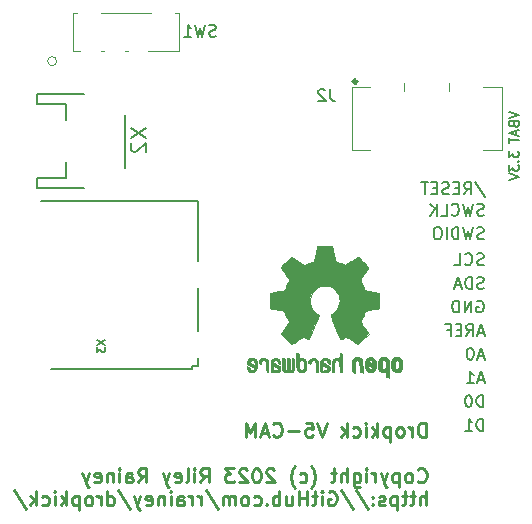
<source format=gbr>
%TF.GenerationSoftware,KiCad,Pcbnew,7.0.5*%
%TF.CreationDate,2023-10-04T06:58:16-05:00*%
%TF.ProjectId,dropkick,64726f70-6b69-4636-9b2e-6b696361645f,rev?*%
%TF.SameCoordinates,Original*%
%TF.FileFunction,Legend,Bot*%
%TF.FilePolarity,Positive*%
%FSLAX46Y46*%
G04 Gerber Fmt 4.6, Leading zero omitted, Abs format (unit mm)*
G04 Created by KiCad (PCBNEW 7.0.5) date 2023-10-04 06:58:16*
%MOMM*%
%LPD*%
G01*
G04 APERTURE LIST*
%ADD10C,0.150000*%
%ADD11C,0.250000*%
%ADD12C,0.146304*%
%ADD13C,0.127000*%
%ADD14C,0.203200*%
%ADD15C,0.120000*%
%ADD16C,0.100000*%
%ADD17C,0.310000*%
%ADD18C,0.010000*%
G04 APERTURE END LIST*
D10*
X104395238Y-62807200D02*
X104252381Y-62854819D01*
X104252381Y-62854819D02*
X104014286Y-62854819D01*
X104014286Y-62854819D02*
X103919048Y-62807200D01*
X103919048Y-62807200D02*
X103871429Y-62759580D01*
X103871429Y-62759580D02*
X103823810Y-62664342D01*
X103823810Y-62664342D02*
X103823810Y-62569104D01*
X103823810Y-62569104D02*
X103871429Y-62473866D01*
X103871429Y-62473866D02*
X103919048Y-62426247D01*
X103919048Y-62426247D02*
X104014286Y-62378628D01*
X104014286Y-62378628D02*
X104204762Y-62331009D01*
X104204762Y-62331009D02*
X104300000Y-62283390D01*
X104300000Y-62283390D02*
X104347619Y-62235771D01*
X104347619Y-62235771D02*
X104395238Y-62140533D01*
X104395238Y-62140533D02*
X104395238Y-62045295D01*
X104395238Y-62045295D02*
X104347619Y-61950057D01*
X104347619Y-61950057D02*
X104300000Y-61902438D01*
X104300000Y-61902438D02*
X104204762Y-61854819D01*
X104204762Y-61854819D02*
X103966667Y-61854819D01*
X103966667Y-61854819D02*
X103823810Y-61902438D01*
X103490476Y-61854819D02*
X103252381Y-62854819D01*
X103252381Y-62854819D02*
X103061905Y-62140533D01*
X103061905Y-62140533D02*
X102871429Y-62854819D01*
X102871429Y-62854819D02*
X102633334Y-61854819D01*
X101680953Y-62759580D02*
X101728572Y-62807200D01*
X101728572Y-62807200D02*
X101871429Y-62854819D01*
X101871429Y-62854819D02*
X101966667Y-62854819D01*
X101966667Y-62854819D02*
X102109524Y-62807200D01*
X102109524Y-62807200D02*
X102204762Y-62711961D01*
X102204762Y-62711961D02*
X102252381Y-62616723D01*
X102252381Y-62616723D02*
X102300000Y-62426247D01*
X102300000Y-62426247D02*
X102300000Y-62283390D01*
X102300000Y-62283390D02*
X102252381Y-62092914D01*
X102252381Y-62092914D02*
X102204762Y-61997676D01*
X102204762Y-61997676D02*
X102109524Y-61902438D01*
X102109524Y-61902438D02*
X101966667Y-61854819D01*
X101966667Y-61854819D02*
X101871429Y-61854819D01*
X101871429Y-61854819D02*
X101728572Y-61902438D01*
X101728572Y-61902438D02*
X101680953Y-61950057D01*
X100776191Y-62854819D02*
X101252381Y-62854819D01*
X101252381Y-62854819D02*
X101252381Y-61854819D01*
X100442857Y-62854819D02*
X100442857Y-61854819D01*
X99871429Y-62854819D02*
X100300000Y-62283390D01*
X99871429Y-61854819D02*
X100442857Y-62426247D01*
X106562295Y-54085714D02*
X107362295Y-54352381D01*
X107362295Y-54352381D02*
X106562295Y-54619047D01*
X106943247Y-55152380D02*
X106981342Y-55266666D01*
X106981342Y-55266666D02*
X107019438Y-55304761D01*
X107019438Y-55304761D02*
X107095628Y-55342857D01*
X107095628Y-55342857D02*
X107209914Y-55342857D01*
X107209914Y-55342857D02*
X107286104Y-55304761D01*
X107286104Y-55304761D02*
X107324200Y-55266666D01*
X107324200Y-55266666D02*
X107362295Y-55190476D01*
X107362295Y-55190476D02*
X107362295Y-54885714D01*
X107362295Y-54885714D02*
X106562295Y-54885714D01*
X106562295Y-54885714D02*
X106562295Y-55152380D01*
X106562295Y-55152380D02*
X106600390Y-55228571D01*
X106600390Y-55228571D02*
X106638485Y-55266666D01*
X106638485Y-55266666D02*
X106714676Y-55304761D01*
X106714676Y-55304761D02*
X106790866Y-55304761D01*
X106790866Y-55304761D02*
X106867057Y-55266666D01*
X106867057Y-55266666D02*
X106905152Y-55228571D01*
X106905152Y-55228571D02*
X106943247Y-55152380D01*
X106943247Y-55152380D02*
X106943247Y-54885714D01*
X107133723Y-55647618D02*
X107133723Y-56028571D01*
X107362295Y-55571428D02*
X106562295Y-55838095D01*
X106562295Y-55838095D02*
X107362295Y-56104761D01*
X106562295Y-56257142D02*
X106562295Y-56714285D01*
X107362295Y-56485713D02*
X106562295Y-56485713D01*
D11*
X99498812Y-81591142D02*
X99498812Y-80391142D01*
X99498812Y-80391142D02*
X99213098Y-80391142D01*
X99213098Y-80391142D02*
X99041669Y-80448285D01*
X99041669Y-80448285D02*
X98927384Y-80562571D01*
X98927384Y-80562571D02*
X98870241Y-80676857D01*
X98870241Y-80676857D02*
X98813098Y-80905428D01*
X98813098Y-80905428D02*
X98813098Y-81076857D01*
X98813098Y-81076857D02*
X98870241Y-81305428D01*
X98870241Y-81305428D02*
X98927384Y-81419714D01*
X98927384Y-81419714D02*
X99041669Y-81534000D01*
X99041669Y-81534000D02*
X99213098Y-81591142D01*
X99213098Y-81591142D02*
X99498812Y-81591142D01*
X98298812Y-81591142D02*
X98298812Y-80791142D01*
X98298812Y-81019714D02*
X98241669Y-80905428D01*
X98241669Y-80905428D02*
X98184527Y-80848285D01*
X98184527Y-80848285D02*
X98070241Y-80791142D01*
X98070241Y-80791142D02*
X97955955Y-80791142D01*
X97384527Y-81591142D02*
X97498812Y-81534000D01*
X97498812Y-81534000D02*
X97555955Y-81476857D01*
X97555955Y-81476857D02*
X97613098Y-81362571D01*
X97613098Y-81362571D02*
X97613098Y-81019714D01*
X97613098Y-81019714D02*
X97555955Y-80905428D01*
X97555955Y-80905428D02*
X97498812Y-80848285D01*
X97498812Y-80848285D02*
X97384527Y-80791142D01*
X97384527Y-80791142D02*
X97213098Y-80791142D01*
X97213098Y-80791142D02*
X97098812Y-80848285D01*
X97098812Y-80848285D02*
X97041670Y-80905428D01*
X97041670Y-80905428D02*
X96984527Y-81019714D01*
X96984527Y-81019714D02*
X96984527Y-81362571D01*
X96984527Y-81362571D02*
X97041670Y-81476857D01*
X97041670Y-81476857D02*
X97098812Y-81534000D01*
X97098812Y-81534000D02*
X97213098Y-81591142D01*
X97213098Y-81591142D02*
X97384527Y-81591142D01*
X96470241Y-80791142D02*
X96470241Y-81991142D01*
X96470241Y-80848285D02*
X96355956Y-80791142D01*
X96355956Y-80791142D02*
X96127384Y-80791142D01*
X96127384Y-80791142D02*
X96013098Y-80848285D01*
X96013098Y-80848285D02*
X95955956Y-80905428D01*
X95955956Y-80905428D02*
X95898813Y-81019714D01*
X95898813Y-81019714D02*
X95898813Y-81362571D01*
X95898813Y-81362571D02*
X95955956Y-81476857D01*
X95955956Y-81476857D02*
X96013098Y-81534000D01*
X96013098Y-81534000D02*
X96127384Y-81591142D01*
X96127384Y-81591142D02*
X96355956Y-81591142D01*
X96355956Y-81591142D02*
X96470241Y-81534000D01*
X95384527Y-81591142D02*
X95384527Y-80391142D01*
X95270242Y-81134000D02*
X94927384Y-81591142D01*
X94927384Y-80791142D02*
X95384527Y-81248285D01*
X94413098Y-81591142D02*
X94413098Y-80791142D01*
X94413098Y-80391142D02*
X94470241Y-80448285D01*
X94470241Y-80448285D02*
X94413098Y-80505428D01*
X94413098Y-80505428D02*
X94355955Y-80448285D01*
X94355955Y-80448285D02*
X94413098Y-80391142D01*
X94413098Y-80391142D02*
X94413098Y-80505428D01*
X93327384Y-81534000D02*
X93441669Y-81591142D01*
X93441669Y-81591142D02*
X93670241Y-81591142D01*
X93670241Y-81591142D02*
X93784526Y-81534000D01*
X93784526Y-81534000D02*
X93841669Y-81476857D01*
X93841669Y-81476857D02*
X93898812Y-81362571D01*
X93898812Y-81362571D02*
X93898812Y-81019714D01*
X93898812Y-81019714D02*
X93841669Y-80905428D01*
X93841669Y-80905428D02*
X93784526Y-80848285D01*
X93784526Y-80848285D02*
X93670241Y-80791142D01*
X93670241Y-80791142D02*
X93441669Y-80791142D01*
X93441669Y-80791142D02*
X93327384Y-80848285D01*
X92813098Y-81591142D02*
X92813098Y-80391142D01*
X92698813Y-81134000D02*
X92355955Y-81591142D01*
X92355955Y-80791142D02*
X92813098Y-81248285D01*
X91098812Y-80391142D02*
X90698812Y-81591142D01*
X90698812Y-81591142D02*
X90298812Y-80391142D01*
X89327384Y-80391142D02*
X89898812Y-80391142D01*
X89898812Y-80391142D02*
X89955955Y-80962571D01*
X89955955Y-80962571D02*
X89898812Y-80905428D01*
X89898812Y-80905428D02*
X89784527Y-80848285D01*
X89784527Y-80848285D02*
X89498812Y-80848285D01*
X89498812Y-80848285D02*
X89384527Y-80905428D01*
X89384527Y-80905428D02*
X89327384Y-80962571D01*
X89327384Y-80962571D02*
X89270241Y-81076857D01*
X89270241Y-81076857D02*
X89270241Y-81362571D01*
X89270241Y-81362571D02*
X89327384Y-81476857D01*
X89327384Y-81476857D02*
X89384527Y-81534000D01*
X89384527Y-81534000D02*
X89498812Y-81591142D01*
X89498812Y-81591142D02*
X89784527Y-81591142D01*
X89784527Y-81591142D02*
X89898812Y-81534000D01*
X89898812Y-81534000D02*
X89955955Y-81476857D01*
X88755955Y-81134000D02*
X87841670Y-81134000D01*
X86584527Y-81476857D02*
X86641670Y-81534000D01*
X86641670Y-81534000D02*
X86813098Y-81591142D01*
X86813098Y-81591142D02*
X86927384Y-81591142D01*
X86927384Y-81591142D02*
X87098813Y-81534000D01*
X87098813Y-81534000D02*
X87213098Y-81419714D01*
X87213098Y-81419714D02*
X87270241Y-81305428D01*
X87270241Y-81305428D02*
X87327384Y-81076857D01*
X87327384Y-81076857D02*
X87327384Y-80905428D01*
X87327384Y-80905428D02*
X87270241Y-80676857D01*
X87270241Y-80676857D02*
X87213098Y-80562571D01*
X87213098Y-80562571D02*
X87098813Y-80448285D01*
X87098813Y-80448285D02*
X86927384Y-80391142D01*
X86927384Y-80391142D02*
X86813098Y-80391142D01*
X86813098Y-80391142D02*
X86641670Y-80448285D01*
X86641670Y-80448285D02*
X86584527Y-80505428D01*
X86127384Y-81248285D02*
X85555956Y-81248285D01*
X86241670Y-81591142D02*
X85841670Y-80391142D01*
X85841670Y-80391142D02*
X85441670Y-81591142D01*
X85041670Y-81591142D02*
X85041670Y-80391142D01*
X85041670Y-80391142D02*
X84641670Y-81248285D01*
X84641670Y-81248285D02*
X84241670Y-80391142D01*
X84241670Y-80391142D02*
X84241670Y-81591142D01*
X98813098Y-85340857D02*
X98870241Y-85398000D01*
X98870241Y-85398000D02*
X99041669Y-85455142D01*
X99041669Y-85455142D02*
X99155955Y-85455142D01*
X99155955Y-85455142D02*
X99327384Y-85398000D01*
X99327384Y-85398000D02*
X99441669Y-85283714D01*
X99441669Y-85283714D02*
X99498812Y-85169428D01*
X99498812Y-85169428D02*
X99555955Y-84940857D01*
X99555955Y-84940857D02*
X99555955Y-84769428D01*
X99555955Y-84769428D02*
X99498812Y-84540857D01*
X99498812Y-84540857D02*
X99441669Y-84426571D01*
X99441669Y-84426571D02*
X99327384Y-84312285D01*
X99327384Y-84312285D02*
X99155955Y-84255142D01*
X99155955Y-84255142D02*
X99041669Y-84255142D01*
X99041669Y-84255142D02*
X98870241Y-84312285D01*
X98870241Y-84312285D02*
X98813098Y-84369428D01*
X98127384Y-85455142D02*
X98241669Y-85398000D01*
X98241669Y-85398000D02*
X98298812Y-85340857D01*
X98298812Y-85340857D02*
X98355955Y-85226571D01*
X98355955Y-85226571D02*
X98355955Y-84883714D01*
X98355955Y-84883714D02*
X98298812Y-84769428D01*
X98298812Y-84769428D02*
X98241669Y-84712285D01*
X98241669Y-84712285D02*
X98127384Y-84655142D01*
X98127384Y-84655142D02*
X97955955Y-84655142D01*
X97955955Y-84655142D02*
X97841669Y-84712285D01*
X97841669Y-84712285D02*
X97784527Y-84769428D01*
X97784527Y-84769428D02*
X97727384Y-84883714D01*
X97727384Y-84883714D02*
X97727384Y-85226571D01*
X97727384Y-85226571D02*
X97784527Y-85340857D01*
X97784527Y-85340857D02*
X97841669Y-85398000D01*
X97841669Y-85398000D02*
X97955955Y-85455142D01*
X97955955Y-85455142D02*
X98127384Y-85455142D01*
X97213098Y-84655142D02*
X97213098Y-85855142D01*
X97213098Y-84712285D02*
X97098813Y-84655142D01*
X97098813Y-84655142D02*
X96870241Y-84655142D01*
X96870241Y-84655142D02*
X96755955Y-84712285D01*
X96755955Y-84712285D02*
X96698813Y-84769428D01*
X96698813Y-84769428D02*
X96641670Y-84883714D01*
X96641670Y-84883714D02*
X96641670Y-85226571D01*
X96641670Y-85226571D02*
X96698813Y-85340857D01*
X96698813Y-85340857D02*
X96755955Y-85398000D01*
X96755955Y-85398000D02*
X96870241Y-85455142D01*
X96870241Y-85455142D02*
X97098813Y-85455142D01*
X97098813Y-85455142D02*
X97213098Y-85398000D01*
X96241670Y-84655142D02*
X95955956Y-85455142D01*
X95670241Y-84655142D02*
X95955956Y-85455142D01*
X95955956Y-85455142D02*
X96070241Y-85740857D01*
X96070241Y-85740857D02*
X96127384Y-85798000D01*
X96127384Y-85798000D02*
X96241670Y-85855142D01*
X95213098Y-85455142D02*
X95213098Y-84655142D01*
X95213098Y-84883714D02*
X95155955Y-84769428D01*
X95155955Y-84769428D02*
X95098813Y-84712285D01*
X95098813Y-84712285D02*
X94984527Y-84655142D01*
X94984527Y-84655142D02*
X94870241Y-84655142D01*
X94470241Y-85455142D02*
X94470241Y-84655142D01*
X94470241Y-84255142D02*
X94527384Y-84312285D01*
X94527384Y-84312285D02*
X94470241Y-84369428D01*
X94470241Y-84369428D02*
X94413098Y-84312285D01*
X94413098Y-84312285D02*
X94470241Y-84255142D01*
X94470241Y-84255142D02*
X94470241Y-84369428D01*
X93384527Y-84655142D02*
X93384527Y-85626571D01*
X93384527Y-85626571D02*
X93441669Y-85740857D01*
X93441669Y-85740857D02*
X93498812Y-85798000D01*
X93498812Y-85798000D02*
X93613098Y-85855142D01*
X93613098Y-85855142D02*
X93784527Y-85855142D01*
X93784527Y-85855142D02*
X93898812Y-85798000D01*
X93384527Y-85398000D02*
X93498812Y-85455142D01*
X93498812Y-85455142D02*
X93727384Y-85455142D01*
X93727384Y-85455142D02*
X93841669Y-85398000D01*
X93841669Y-85398000D02*
X93898812Y-85340857D01*
X93898812Y-85340857D02*
X93955955Y-85226571D01*
X93955955Y-85226571D02*
X93955955Y-84883714D01*
X93955955Y-84883714D02*
X93898812Y-84769428D01*
X93898812Y-84769428D02*
X93841669Y-84712285D01*
X93841669Y-84712285D02*
X93727384Y-84655142D01*
X93727384Y-84655142D02*
X93498812Y-84655142D01*
X93498812Y-84655142D02*
X93384527Y-84712285D01*
X92813098Y-85455142D02*
X92813098Y-84255142D01*
X92298813Y-85455142D02*
X92298813Y-84826571D01*
X92298813Y-84826571D02*
X92355955Y-84712285D01*
X92355955Y-84712285D02*
X92470241Y-84655142D01*
X92470241Y-84655142D02*
X92641670Y-84655142D01*
X92641670Y-84655142D02*
X92755955Y-84712285D01*
X92755955Y-84712285D02*
X92813098Y-84769428D01*
X91898813Y-84655142D02*
X91441670Y-84655142D01*
X91727384Y-84255142D02*
X91727384Y-85283714D01*
X91727384Y-85283714D02*
X91670241Y-85398000D01*
X91670241Y-85398000D02*
X91555956Y-85455142D01*
X91555956Y-85455142D02*
X91441670Y-85455142D01*
X89784527Y-85912285D02*
X89841670Y-85855142D01*
X89841670Y-85855142D02*
X89955956Y-85683714D01*
X89955956Y-85683714D02*
X90013099Y-85569428D01*
X90013099Y-85569428D02*
X90070241Y-85398000D01*
X90070241Y-85398000D02*
X90127384Y-85112285D01*
X90127384Y-85112285D02*
X90127384Y-84883714D01*
X90127384Y-84883714D02*
X90070241Y-84598000D01*
X90070241Y-84598000D02*
X90013099Y-84426571D01*
X90013099Y-84426571D02*
X89955956Y-84312285D01*
X89955956Y-84312285D02*
X89841670Y-84140857D01*
X89841670Y-84140857D02*
X89784527Y-84083714D01*
X88813099Y-85398000D02*
X88927384Y-85455142D01*
X88927384Y-85455142D02*
X89155956Y-85455142D01*
X89155956Y-85455142D02*
X89270241Y-85398000D01*
X89270241Y-85398000D02*
X89327384Y-85340857D01*
X89327384Y-85340857D02*
X89384527Y-85226571D01*
X89384527Y-85226571D02*
X89384527Y-84883714D01*
X89384527Y-84883714D02*
X89327384Y-84769428D01*
X89327384Y-84769428D02*
X89270241Y-84712285D01*
X89270241Y-84712285D02*
X89155956Y-84655142D01*
X89155956Y-84655142D02*
X88927384Y-84655142D01*
X88927384Y-84655142D02*
X88813099Y-84712285D01*
X88413099Y-85912285D02*
X88355956Y-85855142D01*
X88355956Y-85855142D02*
X88241670Y-85683714D01*
X88241670Y-85683714D02*
X88184528Y-85569428D01*
X88184528Y-85569428D02*
X88127385Y-85398000D01*
X88127385Y-85398000D02*
X88070242Y-85112285D01*
X88070242Y-85112285D02*
X88070242Y-84883714D01*
X88070242Y-84883714D02*
X88127385Y-84598000D01*
X88127385Y-84598000D02*
X88184528Y-84426571D01*
X88184528Y-84426571D02*
X88241670Y-84312285D01*
X88241670Y-84312285D02*
X88355956Y-84140857D01*
X88355956Y-84140857D02*
X88413099Y-84083714D01*
X86641670Y-84369428D02*
X86584527Y-84312285D01*
X86584527Y-84312285D02*
X86470242Y-84255142D01*
X86470242Y-84255142D02*
X86184527Y-84255142D01*
X86184527Y-84255142D02*
X86070242Y-84312285D01*
X86070242Y-84312285D02*
X86013099Y-84369428D01*
X86013099Y-84369428D02*
X85955956Y-84483714D01*
X85955956Y-84483714D02*
X85955956Y-84598000D01*
X85955956Y-84598000D02*
X86013099Y-84769428D01*
X86013099Y-84769428D02*
X86698813Y-85455142D01*
X86698813Y-85455142D02*
X85955956Y-85455142D01*
X85213099Y-84255142D02*
X85098813Y-84255142D01*
X85098813Y-84255142D02*
X84984527Y-84312285D01*
X84984527Y-84312285D02*
X84927385Y-84369428D01*
X84927385Y-84369428D02*
X84870242Y-84483714D01*
X84870242Y-84483714D02*
X84813099Y-84712285D01*
X84813099Y-84712285D02*
X84813099Y-84998000D01*
X84813099Y-84998000D02*
X84870242Y-85226571D01*
X84870242Y-85226571D02*
X84927385Y-85340857D01*
X84927385Y-85340857D02*
X84984527Y-85398000D01*
X84984527Y-85398000D02*
X85098813Y-85455142D01*
X85098813Y-85455142D02*
X85213099Y-85455142D01*
X85213099Y-85455142D02*
X85327385Y-85398000D01*
X85327385Y-85398000D02*
X85384527Y-85340857D01*
X85384527Y-85340857D02*
X85441670Y-85226571D01*
X85441670Y-85226571D02*
X85498813Y-84998000D01*
X85498813Y-84998000D02*
X85498813Y-84712285D01*
X85498813Y-84712285D02*
X85441670Y-84483714D01*
X85441670Y-84483714D02*
X85384527Y-84369428D01*
X85384527Y-84369428D02*
X85327385Y-84312285D01*
X85327385Y-84312285D02*
X85213099Y-84255142D01*
X84355956Y-84369428D02*
X84298813Y-84312285D01*
X84298813Y-84312285D02*
X84184528Y-84255142D01*
X84184528Y-84255142D02*
X83898813Y-84255142D01*
X83898813Y-84255142D02*
X83784528Y-84312285D01*
X83784528Y-84312285D02*
X83727385Y-84369428D01*
X83727385Y-84369428D02*
X83670242Y-84483714D01*
X83670242Y-84483714D02*
X83670242Y-84598000D01*
X83670242Y-84598000D02*
X83727385Y-84769428D01*
X83727385Y-84769428D02*
X84413099Y-85455142D01*
X84413099Y-85455142D02*
X83670242Y-85455142D01*
X83270242Y-84255142D02*
X82527385Y-84255142D01*
X82527385Y-84255142D02*
X82927385Y-84712285D01*
X82927385Y-84712285D02*
X82755956Y-84712285D01*
X82755956Y-84712285D02*
X82641671Y-84769428D01*
X82641671Y-84769428D02*
X82584528Y-84826571D01*
X82584528Y-84826571D02*
X82527385Y-84940857D01*
X82527385Y-84940857D02*
X82527385Y-85226571D01*
X82527385Y-85226571D02*
X82584528Y-85340857D01*
X82584528Y-85340857D02*
X82641671Y-85398000D01*
X82641671Y-85398000D02*
X82755956Y-85455142D01*
X82755956Y-85455142D02*
X83098813Y-85455142D01*
X83098813Y-85455142D02*
X83213099Y-85398000D01*
X83213099Y-85398000D02*
X83270242Y-85340857D01*
X80413099Y-85455142D02*
X80813099Y-84883714D01*
X81098813Y-85455142D02*
X81098813Y-84255142D01*
X81098813Y-84255142D02*
X80641670Y-84255142D01*
X80641670Y-84255142D02*
X80527385Y-84312285D01*
X80527385Y-84312285D02*
X80470242Y-84369428D01*
X80470242Y-84369428D02*
X80413099Y-84483714D01*
X80413099Y-84483714D02*
X80413099Y-84655142D01*
X80413099Y-84655142D02*
X80470242Y-84769428D01*
X80470242Y-84769428D02*
X80527385Y-84826571D01*
X80527385Y-84826571D02*
X80641670Y-84883714D01*
X80641670Y-84883714D02*
X81098813Y-84883714D01*
X79898813Y-85455142D02*
X79898813Y-84655142D01*
X79898813Y-84255142D02*
X79955956Y-84312285D01*
X79955956Y-84312285D02*
X79898813Y-84369428D01*
X79898813Y-84369428D02*
X79841670Y-84312285D01*
X79841670Y-84312285D02*
X79898813Y-84255142D01*
X79898813Y-84255142D02*
X79898813Y-84369428D01*
X79155956Y-85455142D02*
X79270241Y-85398000D01*
X79270241Y-85398000D02*
X79327384Y-85283714D01*
X79327384Y-85283714D02*
X79327384Y-84255142D01*
X78241670Y-85398000D02*
X78355956Y-85455142D01*
X78355956Y-85455142D02*
X78584528Y-85455142D01*
X78584528Y-85455142D02*
X78698813Y-85398000D01*
X78698813Y-85398000D02*
X78755956Y-85283714D01*
X78755956Y-85283714D02*
X78755956Y-84826571D01*
X78755956Y-84826571D02*
X78698813Y-84712285D01*
X78698813Y-84712285D02*
X78584528Y-84655142D01*
X78584528Y-84655142D02*
X78355956Y-84655142D01*
X78355956Y-84655142D02*
X78241670Y-84712285D01*
X78241670Y-84712285D02*
X78184528Y-84826571D01*
X78184528Y-84826571D02*
X78184528Y-84940857D01*
X78184528Y-84940857D02*
X78755956Y-85055142D01*
X77784528Y-84655142D02*
X77498814Y-85455142D01*
X77213099Y-84655142D02*
X77498814Y-85455142D01*
X77498814Y-85455142D02*
X77613099Y-85740857D01*
X77613099Y-85740857D02*
X77670242Y-85798000D01*
X77670242Y-85798000D02*
X77784528Y-85855142D01*
X75155956Y-85455142D02*
X75555956Y-84883714D01*
X75841670Y-85455142D02*
X75841670Y-84255142D01*
X75841670Y-84255142D02*
X75384527Y-84255142D01*
X75384527Y-84255142D02*
X75270242Y-84312285D01*
X75270242Y-84312285D02*
X75213099Y-84369428D01*
X75213099Y-84369428D02*
X75155956Y-84483714D01*
X75155956Y-84483714D02*
X75155956Y-84655142D01*
X75155956Y-84655142D02*
X75213099Y-84769428D01*
X75213099Y-84769428D02*
X75270242Y-84826571D01*
X75270242Y-84826571D02*
X75384527Y-84883714D01*
X75384527Y-84883714D02*
X75841670Y-84883714D01*
X74127385Y-85455142D02*
X74127385Y-84826571D01*
X74127385Y-84826571D02*
X74184527Y-84712285D01*
X74184527Y-84712285D02*
X74298813Y-84655142D01*
X74298813Y-84655142D02*
X74527385Y-84655142D01*
X74527385Y-84655142D02*
X74641670Y-84712285D01*
X74127385Y-85398000D02*
X74241670Y-85455142D01*
X74241670Y-85455142D02*
X74527385Y-85455142D01*
X74527385Y-85455142D02*
X74641670Y-85398000D01*
X74641670Y-85398000D02*
X74698813Y-85283714D01*
X74698813Y-85283714D02*
X74698813Y-85169428D01*
X74698813Y-85169428D02*
X74641670Y-85055142D01*
X74641670Y-85055142D02*
X74527385Y-84998000D01*
X74527385Y-84998000D02*
X74241670Y-84998000D01*
X74241670Y-84998000D02*
X74127385Y-84940857D01*
X73555956Y-85455142D02*
X73555956Y-84655142D01*
X73555956Y-84255142D02*
X73613099Y-84312285D01*
X73613099Y-84312285D02*
X73555956Y-84369428D01*
X73555956Y-84369428D02*
X73498813Y-84312285D01*
X73498813Y-84312285D02*
X73555956Y-84255142D01*
X73555956Y-84255142D02*
X73555956Y-84369428D01*
X72984527Y-84655142D02*
X72984527Y-85455142D01*
X72984527Y-84769428D02*
X72927384Y-84712285D01*
X72927384Y-84712285D02*
X72813099Y-84655142D01*
X72813099Y-84655142D02*
X72641670Y-84655142D01*
X72641670Y-84655142D02*
X72527384Y-84712285D01*
X72527384Y-84712285D02*
X72470242Y-84826571D01*
X72470242Y-84826571D02*
X72470242Y-85455142D01*
X71441670Y-85398000D02*
X71555956Y-85455142D01*
X71555956Y-85455142D02*
X71784528Y-85455142D01*
X71784528Y-85455142D02*
X71898813Y-85398000D01*
X71898813Y-85398000D02*
X71955956Y-85283714D01*
X71955956Y-85283714D02*
X71955956Y-84826571D01*
X71955956Y-84826571D02*
X71898813Y-84712285D01*
X71898813Y-84712285D02*
X71784528Y-84655142D01*
X71784528Y-84655142D02*
X71555956Y-84655142D01*
X71555956Y-84655142D02*
X71441670Y-84712285D01*
X71441670Y-84712285D02*
X71384528Y-84826571D01*
X71384528Y-84826571D02*
X71384528Y-84940857D01*
X71384528Y-84940857D02*
X71955956Y-85055142D01*
X70984528Y-84655142D02*
X70698814Y-85455142D01*
X70413099Y-84655142D02*
X70698814Y-85455142D01*
X70698814Y-85455142D02*
X70813099Y-85740857D01*
X70813099Y-85740857D02*
X70870242Y-85798000D01*
X70870242Y-85798000D02*
X70984528Y-85855142D01*
X99498812Y-87387142D02*
X99498812Y-86187142D01*
X98984527Y-87387142D02*
X98984527Y-86758571D01*
X98984527Y-86758571D02*
X99041669Y-86644285D01*
X99041669Y-86644285D02*
X99155955Y-86587142D01*
X99155955Y-86587142D02*
X99327384Y-86587142D01*
X99327384Y-86587142D02*
X99441669Y-86644285D01*
X99441669Y-86644285D02*
X99498812Y-86701428D01*
X98584527Y-86587142D02*
X98127384Y-86587142D01*
X98413098Y-86187142D02*
X98413098Y-87215714D01*
X98413098Y-87215714D02*
X98355955Y-87330000D01*
X98355955Y-87330000D02*
X98241670Y-87387142D01*
X98241670Y-87387142D02*
X98127384Y-87387142D01*
X97898813Y-86587142D02*
X97441670Y-86587142D01*
X97727384Y-86187142D02*
X97727384Y-87215714D01*
X97727384Y-87215714D02*
X97670241Y-87330000D01*
X97670241Y-87330000D02*
X97555956Y-87387142D01*
X97555956Y-87387142D02*
X97441670Y-87387142D01*
X97041670Y-86587142D02*
X97041670Y-87787142D01*
X97041670Y-86644285D02*
X96927385Y-86587142D01*
X96927385Y-86587142D02*
X96698813Y-86587142D01*
X96698813Y-86587142D02*
X96584527Y-86644285D01*
X96584527Y-86644285D02*
X96527385Y-86701428D01*
X96527385Y-86701428D02*
X96470242Y-86815714D01*
X96470242Y-86815714D02*
X96470242Y-87158571D01*
X96470242Y-87158571D02*
X96527385Y-87272857D01*
X96527385Y-87272857D02*
X96584527Y-87330000D01*
X96584527Y-87330000D02*
X96698813Y-87387142D01*
X96698813Y-87387142D02*
X96927385Y-87387142D01*
X96927385Y-87387142D02*
X97041670Y-87330000D01*
X96013099Y-87330000D02*
X95898813Y-87387142D01*
X95898813Y-87387142D02*
X95670242Y-87387142D01*
X95670242Y-87387142D02*
X95555956Y-87330000D01*
X95555956Y-87330000D02*
X95498813Y-87215714D01*
X95498813Y-87215714D02*
X95498813Y-87158571D01*
X95498813Y-87158571D02*
X95555956Y-87044285D01*
X95555956Y-87044285D02*
X95670242Y-86987142D01*
X95670242Y-86987142D02*
X95841671Y-86987142D01*
X95841671Y-86987142D02*
X95955956Y-86930000D01*
X95955956Y-86930000D02*
X96013099Y-86815714D01*
X96013099Y-86815714D02*
X96013099Y-86758571D01*
X96013099Y-86758571D02*
X95955956Y-86644285D01*
X95955956Y-86644285D02*
X95841671Y-86587142D01*
X95841671Y-86587142D02*
X95670242Y-86587142D01*
X95670242Y-86587142D02*
X95555956Y-86644285D01*
X94984527Y-87272857D02*
X94927384Y-87330000D01*
X94927384Y-87330000D02*
X94984527Y-87387142D01*
X94984527Y-87387142D02*
X95041670Y-87330000D01*
X95041670Y-87330000D02*
X94984527Y-87272857D01*
X94984527Y-87272857D02*
X94984527Y-87387142D01*
X94984527Y-86644285D02*
X94927384Y-86701428D01*
X94927384Y-86701428D02*
X94984527Y-86758571D01*
X94984527Y-86758571D02*
X95041670Y-86701428D01*
X95041670Y-86701428D02*
X94984527Y-86644285D01*
X94984527Y-86644285D02*
X94984527Y-86758571D01*
X93555955Y-86130000D02*
X94584527Y-87672857D01*
X92298812Y-86130000D02*
X93327384Y-87672857D01*
X91270241Y-86244285D02*
X91384527Y-86187142D01*
X91384527Y-86187142D02*
X91555955Y-86187142D01*
X91555955Y-86187142D02*
X91727384Y-86244285D01*
X91727384Y-86244285D02*
X91841669Y-86358571D01*
X91841669Y-86358571D02*
X91898812Y-86472857D01*
X91898812Y-86472857D02*
X91955955Y-86701428D01*
X91955955Y-86701428D02*
X91955955Y-86872857D01*
X91955955Y-86872857D02*
X91898812Y-87101428D01*
X91898812Y-87101428D02*
X91841669Y-87215714D01*
X91841669Y-87215714D02*
X91727384Y-87330000D01*
X91727384Y-87330000D02*
X91555955Y-87387142D01*
X91555955Y-87387142D02*
X91441669Y-87387142D01*
X91441669Y-87387142D02*
X91270241Y-87330000D01*
X91270241Y-87330000D02*
X91213098Y-87272857D01*
X91213098Y-87272857D02*
X91213098Y-86872857D01*
X91213098Y-86872857D02*
X91441669Y-86872857D01*
X90698812Y-87387142D02*
X90698812Y-86587142D01*
X90698812Y-86187142D02*
X90755955Y-86244285D01*
X90755955Y-86244285D02*
X90698812Y-86301428D01*
X90698812Y-86301428D02*
X90641669Y-86244285D01*
X90641669Y-86244285D02*
X90698812Y-86187142D01*
X90698812Y-86187142D02*
X90698812Y-86301428D01*
X90298812Y-86587142D02*
X89841669Y-86587142D01*
X90127383Y-86187142D02*
X90127383Y-87215714D01*
X90127383Y-87215714D02*
X90070240Y-87330000D01*
X90070240Y-87330000D02*
X89955955Y-87387142D01*
X89955955Y-87387142D02*
X89841669Y-87387142D01*
X89441669Y-87387142D02*
X89441669Y-86187142D01*
X89441669Y-86758571D02*
X88755955Y-86758571D01*
X88755955Y-87387142D02*
X88755955Y-86187142D01*
X87670241Y-86587142D02*
X87670241Y-87387142D01*
X88184526Y-86587142D02*
X88184526Y-87215714D01*
X88184526Y-87215714D02*
X88127383Y-87330000D01*
X88127383Y-87330000D02*
X88013098Y-87387142D01*
X88013098Y-87387142D02*
X87841669Y-87387142D01*
X87841669Y-87387142D02*
X87727383Y-87330000D01*
X87727383Y-87330000D02*
X87670241Y-87272857D01*
X87098812Y-87387142D02*
X87098812Y-86187142D01*
X87098812Y-86644285D02*
X86984527Y-86587142D01*
X86984527Y-86587142D02*
X86755955Y-86587142D01*
X86755955Y-86587142D02*
X86641669Y-86644285D01*
X86641669Y-86644285D02*
X86584527Y-86701428D01*
X86584527Y-86701428D02*
X86527384Y-86815714D01*
X86527384Y-86815714D02*
X86527384Y-87158571D01*
X86527384Y-87158571D02*
X86584527Y-87272857D01*
X86584527Y-87272857D02*
X86641669Y-87330000D01*
X86641669Y-87330000D02*
X86755955Y-87387142D01*
X86755955Y-87387142D02*
X86984527Y-87387142D01*
X86984527Y-87387142D02*
X87098812Y-87330000D01*
X86013098Y-87272857D02*
X85955955Y-87330000D01*
X85955955Y-87330000D02*
X86013098Y-87387142D01*
X86013098Y-87387142D02*
X86070241Y-87330000D01*
X86070241Y-87330000D02*
X86013098Y-87272857D01*
X86013098Y-87272857D02*
X86013098Y-87387142D01*
X84927384Y-87330000D02*
X85041669Y-87387142D01*
X85041669Y-87387142D02*
X85270241Y-87387142D01*
X85270241Y-87387142D02*
X85384526Y-87330000D01*
X85384526Y-87330000D02*
X85441669Y-87272857D01*
X85441669Y-87272857D02*
X85498812Y-87158571D01*
X85498812Y-87158571D02*
X85498812Y-86815714D01*
X85498812Y-86815714D02*
X85441669Y-86701428D01*
X85441669Y-86701428D02*
X85384526Y-86644285D01*
X85384526Y-86644285D02*
X85270241Y-86587142D01*
X85270241Y-86587142D02*
X85041669Y-86587142D01*
X85041669Y-86587142D02*
X84927384Y-86644285D01*
X84241670Y-87387142D02*
X84355955Y-87330000D01*
X84355955Y-87330000D02*
X84413098Y-87272857D01*
X84413098Y-87272857D02*
X84470241Y-87158571D01*
X84470241Y-87158571D02*
X84470241Y-86815714D01*
X84470241Y-86815714D02*
X84413098Y-86701428D01*
X84413098Y-86701428D02*
X84355955Y-86644285D01*
X84355955Y-86644285D02*
X84241670Y-86587142D01*
X84241670Y-86587142D02*
X84070241Y-86587142D01*
X84070241Y-86587142D02*
X83955955Y-86644285D01*
X83955955Y-86644285D02*
X83898813Y-86701428D01*
X83898813Y-86701428D02*
X83841670Y-86815714D01*
X83841670Y-86815714D02*
X83841670Y-87158571D01*
X83841670Y-87158571D02*
X83898813Y-87272857D01*
X83898813Y-87272857D02*
X83955955Y-87330000D01*
X83955955Y-87330000D02*
X84070241Y-87387142D01*
X84070241Y-87387142D02*
X84241670Y-87387142D01*
X83327384Y-87387142D02*
X83327384Y-86587142D01*
X83327384Y-86701428D02*
X83270241Y-86644285D01*
X83270241Y-86644285D02*
X83155956Y-86587142D01*
X83155956Y-86587142D02*
X82984527Y-86587142D01*
X82984527Y-86587142D02*
X82870241Y-86644285D01*
X82870241Y-86644285D02*
X82813099Y-86758571D01*
X82813099Y-86758571D02*
X82813099Y-87387142D01*
X82813099Y-86758571D02*
X82755956Y-86644285D01*
X82755956Y-86644285D02*
X82641670Y-86587142D01*
X82641670Y-86587142D02*
X82470241Y-86587142D01*
X82470241Y-86587142D02*
X82355956Y-86644285D01*
X82355956Y-86644285D02*
X82298813Y-86758571D01*
X82298813Y-86758571D02*
X82298813Y-87387142D01*
X80870241Y-86130000D02*
X81898813Y-87672857D01*
X80470241Y-87387142D02*
X80470241Y-86587142D01*
X80470241Y-86815714D02*
X80413098Y-86701428D01*
X80413098Y-86701428D02*
X80355956Y-86644285D01*
X80355956Y-86644285D02*
X80241670Y-86587142D01*
X80241670Y-86587142D02*
X80127384Y-86587142D01*
X79727384Y-87387142D02*
X79727384Y-86587142D01*
X79727384Y-86815714D02*
X79670241Y-86701428D01*
X79670241Y-86701428D02*
X79613099Y-86644285D01*
X79613099Y-86644285D02*
X79498813Y-86587142D01*
X79498813Y-86587142D02*
X79384527Y-86587142D01*
X78470242Y-87387142D02*
X78470242Y-86758571D01*
X78470242Y-86758571D02*
X78527384Y-86644285D01*
X78527384Y-86644285D02*
X78641670Y-86587142D01*
X78641670Y-86587142D02*
X78870242Y-86587142D01*
X78870242Y-86587142D02*
X78984527Y-86644285D01*
X78470242Y-87330000D02*
X78584527Y-87387142D01*
X78584527Y-87387142D02*
X78870242Y-87387142D01*
X78870242Y-87387142D02*
X78984527Y-87330000D01*
X78984527Y-87330000D02*
X79041670Y-87215714D01*
X79041670Y-87215714D02*
X79041670Y-87101428D01*
X79041670Y-87101428D02*
X78984527Y-86987142D01*
X78984527Y-86987142D02*
X78870242Y-86930000D01*
X78870242Y-86930000D02*
X78584527Y-86930000D01*
X78584527Y-86930000D02*
X78470242Y-86872857D01*
X77898813Y-87387142D02*
X77898813Y-86587142D01*
X77898813Y-86187142D02*
X77955956Y-86244285D01*
X77955956Y-86244285D02*
X77898813Y-86301428D01*
X77898813Y-86301428D02*
X77841670Y-86244285D01*
X77841670Y-86244285D02*
X77898813Y-86187142D01*
X77898813Y-86187142D02*
X77898813Y-86301428D01*
X77327384Y-86587142D02*
X77327384Y-87387142D01*
X77327384Y-86701428D02*
X77270241Y-86644285D01*
X77270241Y-86644285D02*
X77155956Y-86587142D01*
X77155956Y-86587142D02*
X76984527Y-86587142D01*
X76984527Y-86587142D02*
X76870241Y-86644285D01*
X76870241Y-86644285D02*
X76813099Y-86758571D01*
X76813099Y-86758571D02*
X76813099Y-87387142D01*
X75784527Y-87330000D02*
X75898813Y-87387142D01*
X75898813Y-87387142D02*
X76127385Y-87387142D01*
X76127385Y-87387142D02*
X76241670Y-87330000D01*
X76241670Y-87330000D02*
X76298813Y-87215714D01*
X76298813Y-87215714D02*
X76298813Y-86758571D01*
X76298813Y-86758571D02*
X76241670Y-86644285D01*
X76241670Y-86644285D02*
X76127385Y-86587142D01*
X76127385Y-86587142D02*
X75898813Y-86587142D01*
X75898813Y-86587142D02*
X75784527Y-86644285D01*
X75784527Y-86644285D02*
X75727385Y-86758571D01*
X75727385Y-86758571D02*
X75727385Y-86872857D01*
X75727385Y-86872857D02*
X76298813Y-86987142D01*
X75327385Y-86587142D02*
X75041671Y-87387142D01*
X74755956Y-86587142D02*
X75041671Y-87387142D01*
X75041671Y-87387142D02*
X75155956Y-87672857D01*
X75155956Y-87672857D02*
X75213099Y-87730000D01*
X75213099Y-87730000D02*
X75327385Y-87787142D01*
X73441670Y-86130000D02*
X74470242Y-87672857D01*
X72527385Y-87387142D02*
X72527385Y-86187142D01*
X72527385Y-87330000D02*
X72641670Y-87387142D01*
X72641670Y-87387142D02*
X72870242Y-87387142D01*
X72870242Y-87387142D02*
X72984527Y-87330000D01*
X72984527Y-87330000D02*
X73041670Y-87272857D01*
X73041670Y-87272857D02*
X73098813Y-87158571D01*
X73098813Y-87158571D02*
X73098813Y-86815714D01*
X73098813Y-86815714D02*
X73041670Y-86701428D01*
X73041670Y-86701428D02*
X72984527Y-86644285D01*
X72984527Y-86644285D02*
X72870242Y-86587142D01*
X72870242Y-86587142D02*
X72641670Y-86587142D01*
X72641670Y-86587142D02*
X72527385Y-86644285D01*
X71955956Y-87387142D02*
X71955956Y-86587142D01*
X71955956Y-86815714D02*
X71898813Y-86701428D01*
X71898813Y-86701428D02*
X71841671Y-86644285D01*
X71841671Y-86644285D02*
X71727385Y-86587142D01*
X71727385Y-86587142D02*
X71613099Y-86587142D01*
X71041671Y-87387142D02*
X71155956Y-87330000D01*
X71155956Y-87330000D02*
X71213099Y-87272857D01*
X71213099Y-87272857D02*
X71270242Y-87158571D01*
X71270242Y-87158571D02*
X71270242Y-86815714D01*
X71270242Y-86815714D02*
X71213099Y-86701428D01*
X71213099Y-86701428D02*
X71155956Y-86644285D01*
X71155956Y-86644285D02*
X71041671Y-86587142D01*
X71041671Y-86587142D02*
X70870242Y-86587142D01*
X70870242Y-86587142D02*
X70755956Y-86644285D01*
X70755956Y-86644285D02*
X70698814Y-86701428D01*
X70698814Y-86701428D02*
X70641671Y-86815714D01*
X70641671Y-86815714D02*
X70641671Y-87158571D01*
X70641671Y-87158571D02*
X70698814Y-87272857D01*
X70698814Y-87272857D02*
X70755956Y-87330000D01*
X70755956Y-87330000D02*
X70870242Y-87387142D01*
X70870242Y-87387142D02*
X71041671Y-87387142D01*
X70127385Y-86587142D02*
X70127385Y-87787142D01*
X70127385Y-86644285D02*
X70013100Y-86587142D01*
X70013100Y-86587142D02*
X69784528Y-86587142D01*
X69784528Y-86587142D02*
X69670242Y-86644285D01*
X69670242Y-86644285D02*
X69613100Y-86701428D01*
X69613100Y-86701428D02*
X69555957Y-86815714D01*
X69555957Y-86815714D02*
X69555957Y-87158571D01*
X69555957Y-87158571D02*
X69613100Y-87272857D01*
X69613100Y-87272857D02*
X69670242Y-87330000D01*
X69670242Y-87330000D02*
X69784528Y-87387142D01*
X69784528Y-87387142D02*
X70013100Y-87387142D01*
X70013100Y-87387142D02*
X70127385Y-87330000D01*
X69041671Y-87387142D02*
X69041671Y-86187142D01*
X68927386Y-86930000D02*
X68584528Y-87387142D01*
X68584528Y-86587142D02*
X69041671Y-87044285D01*
X68070242Y-87387142D02*
X68070242Y-86587142D01*
X68070242Y-86187142D02*
X68127385Y-86244285D01*
X68127385Y-86244285D02*
X68070242Y-86301428D01*
X68070242Y-86301428D02*
X68013099Y-86244285D01*
X68013099Y-86244285D02*
X68070242Y-86187142D01*
X68070242Y-86187142D02*
X68070242Y-86301428D01*
X66984528Y-87330000D02*
X67098813Y-87387142D01*
X67098813Y-87387142D02*
X67327385Y-87387142D01*
X67327385Y-87387142D02*
X67441670Y-87330000D01*
X67441670Y-87330000D02*
X67498813Y-87272857D01*
X67498813Y-87272857D02*
X67555956Y-87158571D01*
X67555956Y-87158571D02*
X67555956Y-86815714D01*
X67555956Y-86815714D02*
X67498813Y-86701428D01*
X67498813Y-86701428D02*
X67441670Y-86644285D01*
X67441670Y-86644285D02*
X67327385Y-86587142D01*
X67327385Y-86587142D02*
X67098813Y-86587142D01*
X67098813Y-86587142D02*
X66984528Y-86644285D01*
X66470242Y-87387142D02*
X66470242Y-86187142D01*
X66355957Y-86930000D02*
X66013099Y-87387142D01*
X66013099Y-86587142D02*
X66470242Y-87044285D01*
X64641670Y-86130000D02*
X65670242Y-87672857D01*
D10*
X104395238Y-72769104D02*
X103919048Y-72769104D01*
X104490476Y-73054819D02*
X104157143Y-72054819D01*
X104157143Y-72054819D02*
X103823810Y-73054819D01*
X102919048Y-73054819D02*
X103252381Y-72578628D01*
X103490476Y-73054819D02*
X103490476Y-72054819D01*
X103490476Y-72054819D02*
X103109524Y-72054819D01*
X103109524Y-72054819D02*
X103014286Y-72102438D01*
X103014286Y-72102438D02*
X102966667Y-72150057D01*
X102966667Y-72150057D02*
X102919048Y-72245295D01*
X102919048Y-72245295D02*
X102919048Y-72388152D01*
X102919048Y-72388152D02*
X102966667Y-72483390D01*
X102966667Y-72483390D02*
X103014286Y-72531009D01*
X103014286Y-72531009D02*
X103109524Y-72578628D01*
X103109524Y-72578628D02*
X103490476Y-72578628D01*
X102490476Y-72531009D02*
X102157143Y-72531009D01*
X102014286Y-73054819D02*
X102490476Y-73054819D01*
X102490476Y-73054819D02*
X102490476Y-72054819D01*
X102490476Y-72054819D02*
X102014286Y-72054819D01*
X101252381Y-72531009D02*
X101585714Y-72531009D01*
X101585714Y-73054819D02*
X101585714Y-72054819D01*
X101585714Y-72054819D02*
X101109524Y-72054819D01*
X103823809Y-70102438D02*
X103919047Y-70054819D01*
X103919047Y-70054819D02*
X104061904Y-70054819D01*
X104061904Y-70054819D02*
X104204761Y-70102438D01*
X104204761Y-70102438D02*
X104299999Y-70197676D01*
X104299999Y-70197676D02*
X104347618Y-70292914D01*
X104347618Y-70292914D02*
X104395237Y-70483390D01*
X104395237Y-70483390D02*
X104395237Y-70626247D01*
X104395237Y-70626247D02*
X104347618Y-70816723D01*
X104347618Y-70816723D02*
X104299999Y-70911961D01*
X104299999Y-70911961D02*
X104204761Y-71007200D01*
X104204761Y-71007200D02*
X104061904Y-71054819D01*
X104061904Y-71054819D02*
X103966666Y-71054819D01*
X103966666Y-71054819D02*
X103823809Y-71007200D01*
X103823809Y-71007200D02*
X103776190Y-70959580D01*
X103776190Y-70959580D02*
X103776190Y-70626247D01*
X103776190Y-70626247D02*
X103966666Y-70626247D01*
X103347618Y-71054819D02*
X103347618Y-70054819D01*
X103347618Y-70054819D02*
X102776190Y-71054819D01*
X102776190Y-71054819D02*
X102776190Y-70054819D01*
X102299999Y-71054819D02*
X102299999Y-70054819D01*
X102299999Y-70054819D02*
X102061904Y-70054819D01*
X102061904Y-70054819D02*
X101919047Y-70102438D01*
X101919047Y-70102438D02*
X101823809Y-70197676D01*
X101823809Y-70197676D02*
X101776190Y-70292914D01*
X101776190Y-70292914D02*
X101728571Y-70483390D01*
X101728571Y-70483390D02*
X101728571Y-70626247D01*
X101728571Y-70626247D02*
X101776190Y-70816723D01*
X101776190Y-70816723D02*
X101823809Y-70911961D01*
X101823809Y-70911961D02*
X101919047Y-71007200D01*
X101919047Y-71007200D02*
X102061904Y-71054819D01*
X102061904Y-71054819D02*
X102299999Y-71054819D01*
X103633333Y-60007200D02*
X104490475Y-61292914D01*
X102728571Y-61054819D02*
X103061904Y-60578628D01*
X103299999Y-61054819D02*
X103299999Y-60054819D01*
X103299999Y-60054819D02*
X102919047Y-60054819D01*
X102919047Y-60054819D02*
X102823809Y-60102438D01*
X102823809Y-60102438D02*
X102776190Y-60150057D01*
X102776190Y-60150057D02*
X102728571Y-60245295D01*
X102728571Y-60245295D02*
X102728571Y-60388152D01*
X102728571Y-60388152D02*
X102776190Y-60483390D01*
X102776190Y-60483390D02*
X102823809Y-60531009D01*
X102823809Y-60531009D02*
X102919047Y-60578628D01*
X102919047Y-60578628D02*
X103299999Y-60578628D01*
X102299999Y-60531009D02*
X101966666Y-60531009D01*
X101823809Y-61054819D02*
X102299999Y-61054819D01*
X102299999Y-61054819D02*
X102299999Y-60054819D01*
X102299999Y-60054819D02*
X101823809Y-60054819D01*
X101442856Y-61007200D02*
X101299999Y-61054819D01*
X101299999Y-61054819D02*
X101061904Y-61054819D01*
X101061904Y-61054819D02*
X100966666Y-61007200D01*
X100966666Y-61007200D02*
X100919047Y-60959580D01*
X100919047Y-60959580D02*
X100871428Y-60864342D01*
X100871428Y-60864342D02*
X100871428Y-60769104D01*
X100871428Y-60769104D02*
X100919047Y-60673866D01*
X100919047Y-60673866D02*
X100966666Y-60626247D01*
X100966666Y-60626247D02*
X101061904Y-60578628D01*
X101061904Y-60578628D02*
X101252380Y-60531009D01*
X101252380Y-60531009D02*
X101347618Y-60483390D01*
X101347618Y-60483390D02*
X101395237Y-60435771D01*
X101395237Y-60435771D02*
X101442856Y-60340533D01*
X101442856Y-60340533D02*
X101442856Y-60245295D01*
X101442856Y-60245295D02*
X101395237Y-60150057D01*
X101395237Y-60150057D02*
X101347618Y-60102438D01*
X101347618Y-60102438D02*
X101252380Y-60054819D01*
X101252380Y-60054819D02*
X101014285Y-60054819D01*
X101014285Y-60054819D02*
X100871428Y-60102438D01*
X100442856Y-60531009D02*
X100109523Y-60531009D01*
X99966666Y-61054819D02*
X100442856Y-61054819D01*
X100442856Y-61054819D02*
X100442856Y-60054819D01*
X100442856Y-60054819D02*
X99966666Y-60054819D01*
X99680951Y-60054819D02*
X99109523Y-60054819D01*
X99395237Y-61054819D02*
X99395237Y-60054819D01*
X104395237Y-67007200D02*
X104252380Y-67054819D01*
X104252380Y-67054819D02*
X104014285Y-67054819D01*
X104014285Y-67054819D02*
X103919047Y-67007200D01*
X103919047Y-67007200D02*
X103871428Y-66959580D01*
X103871428Y-66959580D02*
X103823809Y-66864342D01*
X103823809Y-66864342D02*
X103823809Y-66769104D01*
X103823809Y-66769104D02*
X103871428Y-66673866D01*
X103871428Y-66673866D02*
X103919047Y-66626247D01*
X103919047Y-66626247D02*
X104014285Y-66578628D01*
X104014285Y-66578628D02*
X104204761Y-66531009D01*
X104204761Y-66531009D02*
X104299999Y-66483390D01*
X104299999Y-66483390D02*
X104347618Y-66435771D01*
X104347618Y-66435771D02*
X104395237Y-66340533D01*
X104395237Y-66340533D02*
X104395237Y-66245295D01*
X104395237Y-66245295D02*
X104347618Y-66150057D01*
X104347618Y-66150057D02*
X104299999Y-66102438D01*
X104299999Y-66102438D02*
X104204761Y-66054819D01*
X104204761Y-66054819D02*
X103966666Y-66054819D01*
X103966666Y-66054819D02*
X103823809Y-66102438D01*
X102823809Y-66959580D02*
X102871428Y-67007200D01*
X102871428Y-67007200D02*
X103014285Y-67054819D01*
X103014285Y-67054819D02*
X103109523Y-67054819D01*
X103109523Y-67054819D02*
X103252380Y-67007200D01*
X103252380Y-67007200D02*
X103347618Y-66911961D01*
X103347618Y-66911961D02*
X103395237Y-66816723D01*
X103395237Y-66816723D02*
X103442856Y-66626247D01*
X103442856Y-66626247D02*
X103442856Y-66483390D01*
X103442856Y-66483390D02*
X103395237Y-66292914D01*
X103395237Y-66292914D02*
X103347618Y-66197676D01*
X103347618Y-66197676D02*
X103252380Y-66102438D01*
X103252380Y-66102438D02*
X103109523Y-66054819D01*
X103109523Y-66054819D02*
X103014285Y-66054819D01*
X103014285Y-66054819D02*
X102871428Y-66102438D01*
X102871428Y-66102438D02*
X102823809Y-66150057D01*
X101919047Y-67054819D02*
X102395237Y-67054819D01*
X102395237Y-67054819D02*
X102395237Y-66054819D01*
X104395237Y-64807200D02*
X104252380Y-64854819D01*
X104252380Y-64854819D02*
X104014285Y-64854819D01*
X104014285Y-64854819D02*
X103919047Y-64807200D01*
X103919047Y-64807200D02*
X103871428Y-64759580D01*
X103871428Y-64759580D02*
X103823809Y-64664342D01*
X103823809Y-64664342D02*
X103823809Y-64569104D01*
X103823809Y-64569104D02*
X103871428Y-64473866D01*
X103871428Y-64473866D02*
X103919047Y-64426247D01*
X103919047Y-64426247D02*
X104014285Y-64378628D01*
X104014285Y-64378628D02*
X104204761Y-64331009D01*
X104204761Y-64331009D02*
X104299999Y-64283390D01*
X104299999Y-64283390D02*
X104347618Y-64235771D01*
X104347618Y-64235771D02*
X104395237Y-64140533D01*
X104395237Y-64140533D02*
X104395237Y-64045295D01*
X104395237Y-64045295D02*
X104347618Y-63950057D01*
X104347618Y-63950057D02*
X104299999Y-63902438D01*
X104299999Y-63902438D02*
X104204761Y-63854819D01*
X104204761Y-63854819D02*
X103966666Y-63854819D01*
X103966666Y-63854819D02*
X103823809Y-63902438D01*
X103490475Y-63854819D02*
X103252380Y-64854819D01*
X103252380Y-64854819D02*
X103061904Y-64140533D01*
X103061904Y-64140533D02*
X102871428Y-64854819D01*
X102871428Y-64854819D02*
X102633333Y-63854819D01*
X102252380Y-64854819D02*
X102252380Y-63854819D01*
X102252380Y-63854819D02*
X102014285Y-63854819D01*
X102014285Y-63854819D02*
X101871428Y-63902438D01*
X101871428Y-63902438D02*
X101776190Y-63997676D01*
X101776190Y-63997676D02*
X101728571Y-64092914D01*
X101728571Y-64092914D02*
X101680952Y-64283390D01*
X101680952Y-64283390D02*
X101680952Y-64426247D01*
X101680952Y-64426247D02*
X101728571Y-64616723D01*
X101728571Y-64616723D02*
X101776190Y-64711961D01*
X101776190Y-64711961D02*
X101871428Y-64807200D01*
X101871428Y-64807200D02*
X102014285Y-64854819D01*
X102014285Y-64854819D02*
X102252380Y-64854819D01*
X101252380Y-64854819D02*
X101252380Y-63854819D01*
X100585714Y-63854819D02*
X100395238Y-63854819D01*
X100395238Y-63854819D02*
X100300000Y-63902438D01*
X100300000Y-63902438D02*
X100204762Y-63997676D01*
X100204762Y-63997676D02*
X100157143Y-64188152D01*
X100157143Y-64188152D02*
X100157143Y-64521485D01*
X100157143Y-64521485D02*
X100204762Y-64711961D01*
X100204762Y-64711961D02*
X100300000Y-64807200D01*
X100300000Y-64807200D02*
X100395238Y-64854819D01*
X100395238Y-64854819D02*
X100585714Y-64854819D01*
X100585714Y-64854819D02*
X100680952Y-64807200D01*
X100680952Y-64807200D02*
X100776190Y-64711961D01*
X100776190Y-64711961D02*
X100823809Y-64521485D01*
X100823809Y-64521485D02*
X100823809Y-64188152D01*
X100823809Y-64188152D02*
X100776190Y-63997676D01*
X100776190Y-63997676D02*
X100680952Y-63902438D01*
X100680952Y-63902438D02*
X100585714Y-63854819D01*
X104347618Y-81054819D02*
X104347618Y-80054819D01*
X104347618Y-80054819D02*
X104109523Y-80054819D01*
X104109523Y-80054819D02*
X103966666Y-80102438D01*
X103966666Y-80102438D02*
X103871428Y-80197676D01*
X103871428Y-80197676D02*
X103823809Y-80292914D01*
X103823809Y-80292914D02*
X103776190Y-80483390D01*
X103776190Y-80483390D02*
X103776190Y-80626247D01*
X103776190Y-80626247D02*
X103823809Y-80816723D01*
X103823809Y-80816723D02*
X103871428Y-80911961D01*
X103871428Y-80911961D02*
X103966666Y-81007200D01*
X103966666Y-81007200D02*
X104109523Y-81054819D01*
X104109523Y-81054819D02*
X104347618Y-81054819D01*
X102823809Y-81054819D02*
X103395237Y-81054819D01*
X103109523Y-81054819D02*
X103109523Y-80054819D01*
X103109523Y-80054819D02*
X103204761Y-80197676D01*
X103204761Y-80197676D02*
X103299999Y-80292914D01*
X103299999Y-80292914D02*
X103395237Y-80340533D01*
X104395238Y-74769104D02*
X103919048Y-74769104D01*
X104490476Y-75054819D02*
X104157143Y-74054819D01*
X104157143Y-74054819D02*
X103823810Y-75054819D01*
X103300000Y-74054819D02*
X103204762Y-74054819D01*
X103204762Y-74054819D02*
X103109524Y-74102438D01*
X103109524Y-74102438D02*
X103061905Y-74150057D01*
X103061905Y-74150057D02*
X103014286Y-74245295D01*
X103014286Y-74245295D02*
X102966667Y-74435771D01*
X102966667Y-74435771D02*
X102966667Y-74673866D01*
X102966667Y-74673866D02*
X103014286Y-74864342D01*
X103014286Y-74864342D02*
X103061905Y-74959580D01*
X103061905Y-74959580D02*
X103109524Y-75007200D01*
X103109524Y-75007200D02*
X103204762Y-75054819D01*
X103204762Y-75054819D02*
X103300000Y-75054819D01*
X103300000Y-75054819D02*
X103395238Y-75007200D01*
X103395238Y-75007200D02*
X103442857Y-74959580D01*
X103442857Y-74959580D02*
X103490476Y-74864342D01*
X103490476Y-74864342D02*
X103538095Y-74673866D01*
X103538095Y-74673866D02*
X103538095Y-74435771D01*
X103538095Y-74435771D02*
X103490476Y-74245295D01*
X103490476Y-74245295D02*
X103442857Y-74150057D01*
X103442857Y-74150057D02*
X103395238Y-74102438D01*
X103395238Y-74102438D02*
X103300000Y-74054819D01*
X104347618Y-79054819D02*
X104347618Y-78054819D01*
X104347618Y-78054819D02*
X104109523Y-78054819D01*
X104109523Y-78054819D02*
X103966666Y-78102438D01*
X103966666Y-78102438D02*
X103871428Y-78197676D01*
X103871428Y-78197676D02*
X103823809Y-78292914D01*
X103823809Y-78292914D02*
X103776190Y-78483390D01*
X103776190Y-78483390D02*
X103776190Y-78626247D01*
X103776190Y-78626247D02*
X103823809Y-78816723D01*
X103823809Y-78816723D02*
X103871428Y-78911961D01*
X103871428Y-78911961D02*
X103966666Y-79007200D01*
X103966666Y-79007200D02*
X104109523Y-79054819D01*
X104109523Y-79054819D02*
X104347618Y-79054819D01*
X103157142Y-78054819D02*
X103061904Y-78054819D01*
X103061904Y-78054819D02*
X102966666Y-78102438D01*
X102966666Y-78102438D02*
X102919047Y-78150057D01*
X102919047Y-78150057D02*
X102871428Y-78245295D01*
X102871428Y-78245295D02*
X102823809Y-78435771D01*
X102823809Y-78435771D02*
X102823809Y-78673866D01*
X102823809Y-78673866D02*
X102871428Y-78864342D01*
X102871428Y-78864342D02*
X102919047Y-78959580D01*
X102919047Y-78959580D02*
X102966666Y-79007200D01*
X102966666Y-79007200D02*
X103061904Y-79054819D01*
X103061904Y-79054819D02*
X103157142Y-79054819D01*
X103157142Y-79054819D02*
X103252380Y-79007200D01*
X103252380Y-79007200D02*
X103299999Y-78959580D01*
X103299999Y-78959580D02*
X103347618Y-78864342D01*
X103347618Y-78864342D02*
X103395237Y-78673866D01*
X103395237Y-78673866D02*
X103395237Y-78435771D01*
X103395237Y-78435771D02*
X103347618Y-78245295D01*
X103347618Y-78245295D02*
X103299999Y-78150057D01*
X103299999Y-78150057D02*
X103252380Y-78102438D01*
X103252380Y-78102438D02*
X103157142Y-78054819D01*
X104395238Y-76769104D02*
X103919048Y-76769104D01*
X104490476Y-77054819D02*
X104157143Y-76054819D01*
X104157143Y-76054819D02*
X103823810Y-77054819D01*
X102966667Y-77054819D02*
X103538095Y-77054819D01*
X103252381Y-77054819D02*
X103252381Y-76054819D01*
X103252381Y-76054819D02*
X103347619Y-76197676D01*
X103347619Y-76197676D02*
X103442857Y-76292914D01*
X103442857Y-76292914D02*
X103538095Y-76340533D01*
X106562295Y-57419047D02*
X106562295Y-57914285D01*
X106562295Y-57914285D02*
X106867057Y-57647619D01*
X106867057Y-57647619D02*
X106867057Y-57761904D01*
X106867057Y-57761904D02*
X106905152Y-57838095D01*
X106905152Y-57838095D02*
X106943247Y-57876190D01*
X106943247Y-57876190D02*
X107019438Y-57914285D01*
X107019438Y-57914285D02*
X107209914Y-57914285D01*
X107209914Y-57914285D02*
X107286104Y-57876190D01*
X107286104Y-57876190D02*
X107324200Y-57838095D01*
X107324200Y-57838095D02*
X107362295Y-57761904D01*
X107362295Y-57761904D02*
X107362295Y-57533333D01*
X107362295Y-57533333D02*
X107324200Y-57457142D01*
X107324200Y-57457142D02*
X107286104Y-57419047D01*
X107286104Y-58257143D02*
X107324200Y-58295238D01*
X107324200Y-58295238D02*
X107362295Y-58257143D01*
X107362295Y-58257143D02*
X107324200Y-58219047D01*
X107324200Y-58219047D02*
X107286104Y-58257143D01*
X107286104Y-58257143D02*
X107362295Y-58257143D01*
X106562295Y-58561904D02*
X106562295Y-59057142D01*
X106562295Y-59057142D02*
X106867057Y-58790476D01*
X106867057Y-58790476D02*
X106867057Y-58904761D01*
X106867057Y-58904761D02*
X106905152Y-58980952D01*
X106905152Y-58980952D02*
X106943247Y-59019047D01*
X106943247Y-59019047D02*
X107019438Y-59057142D01*
X107019438Y-59057142D02*
X107209914Y-59057142D01*
X107209914Y-59057142D02*
X107286104Y-59019047D01*
X107286104Y-59019047D02*
X107324200Y-58980952D01*
X107324200Y-58980952D02*
X107362295Y-58904761D01*
X107362295Y-58904761D02*
X107362295Y-58676190D01*
X107362295Y-58676190D02*
X107324200Y-58599999D01*
X107324200Y-58599999D02*
X107286104Y-58561904D01*
X106562295Y-59285714D02*
X107362295Y-59552381D01*
X107362295Y-59552381D02*
X106562295Y-59819047D01*
X104395238Y-69007200D02*
X104252381Y-69054819D01*
X104252381Y-69054819D02*
X104014286Y-69054819D01*
X104014286Y-69054819D02*
X103919048Y-69007200D01*
X103919048Y-69007200D02*
X103871429Y-68959580D01*
X103871429Y-68959580D02*
X103823810Y-68864342D01*
X103823810Y-68864342D02*
X103823810Y-68769104D01*
X103823810Y-68769104D02*
X103871429Y-68673866D01*
X103871429Y-68673866D02*
X103919048Y-68626247D01*
X103919048Y-68626247D02*
X104014286Y-68578628D01*
X104014286Y-68578628D02*
X104204762Y-68531009D01*
X104204762Y-68531009D02*
X104300000Y-68483390D01*
X104300000Y-68483390D02*
X104347619Y-68435771D01*
X104347619Y-68435771D02*
X104395238Y-68340533D01*
X104395238Y-68340533D02*
X104395238Y-68245295D01*
X104395238Y-68245295D02*
X104347619Y-68150057D01*
X104347619Y-68150057D02*
X104300000Y-68102438D01*
X104300000Y-68102438D02*
X104204762Y-68054819D01*
X104204762Y-68054819D02*
X103966667Y-68054819D01*
X103966667Y-68054819D02*
X103823810Y-68102438D01*
X103395238Y-69054819D02*
X103395238Y-68054819D01*
X103395238Y-68054819D02*
X103157143Y-68054819D01*
X103157143Y-68054819D02*
X103014286Y-68102438D01*
X103014286Y-68102438D02*
X102919048Y-68197676D01*
X102919048Y-68197676D02*
X102871429Y-68292914D01*
X102871429Y-68292914D02*
X102823810Y-68483390D01*
X102823810Y-68483390D02*
X102823810Y-68626247D01*
X102823810Y-68626247D02*
X102871429Y-68816723D01*
X102871429Y-68816723D02*
X102919048Y-68911961D01*
X102919048Y-68911961D02*
X103014286Y-69007200D01*
X103014286Y-69007200D02*
X103157143Y-69054819D01*
X103157143Y-69054819D02*
X103395238Y-69054819D01*
X102442857Y-68769104D02*
X101966667Y-68769104D01*
X102538095Y-69054819D02*
X102204762Y-68054819D01*
X102204762Y-68054819D02*
X101871429Y-69054819D01*
D12*
%TO.C,X3*%
X71694329Y-73349445D02*
X72360825Y-73793776D01*
X71694329Y-73793776D02*
X72360825Y-73349445D01*
X71694329Y-73984203D02*
X71694329Y-74396796D01*
X71694329Y-74396796D02*
X71948233Y-74174631D01*
X71948233Y-74174631D02*
X71948233Y-74269844D01*
X71948233Y-74269844D02*
X71979971Y-74333320D01*
X71979971Y-74333320D02*
X72011708Y-74365058D01*
X72011708Y-74365058D02*
X72075184Y-74396796D01*
X72075184Y-74396796D02*
X72233874Y-74396796D01*
X72233874Y-74396796D02*
X72297350Y-74365058D01*
X72297350Y-74365058D02*
X72329088Y-74333320D01*
X72329088Y-74333320D02*
X72360825Y-74269844D01*
X72360825Y-74269844D02*
X72360825Y-74079417D01*
X72360825Y-74079417D02*
X72329088Y-74015941D01*
X72329088Y-74015941D02*
X72297350Y-73984203D01*
D10*
%TO.C,X2*%
X74509726Y-55471904D02*
X75779726Y-56318571D01*
X74509726Y-56318571D02*
X75779726Y-55471904D01*
X74630678Y-56741904D02*
X74570202Y-56802380D01*
X74570202Y-56802380D02*
X74509726Y-56923333D01*
X74509726Y-56923333D02*
X74509726Y-57225714D01*
X74509726Y-57225714D02*
X74570202Y-57346666D01*
X74570202Y-57346666D02*
X74630678Y-57407142D01*
X74630678Y-57407142D02*
X74751630Y-57467619D01*
X74751630Y-57467619D02*
X74872583Y-57467619D01*
X74872583Y-57467619D02*
X75054011Y-57407142D01*
X75054011Y-57407142D02*
X75779726Y-56681428D01*
X75779726Y-56681428D02*
X75779726Y-57467619D01*
%TO.C,SW1*%
X81724332Y-47651200D02*
X81581475Y-47698819D01*
X81581475Y-47698819D02*
X81343380Y-47698819D01*
X81343380Y-47698819D02*
X81248142Y-47651200D01*
X81248142Y-47651200D02*
X81200523Y-47603580D01*
X81200523Y-47603580D02*
X81152904Y-47508342D01*
X81152904Y-47508342D02*
X81152904Y-47413104D01*
X81152904Y-47413104D02*
X81200523Y-47317866D01*
X81200523Y-47317866D02*
X81248142Y-47270247D01*
X81248142Y-47270247D02*
X81343380Y-47222628D01*
X81343380Y-47222628D02*
X81533856Y-47175009D01*
X81533856Y-47175009D02*
X81629094Y-47127390D01*
X81629094Y-47127390D02*
X81676713Y-47079771D01*
X81676713Y-47079771D02*
X81724332Y-46984533D01*
X81724332Y-46984533D02*
X81724332Y-46889295D01*
X81724332Y-46889295D02*
X81676713Y-46794057D01*
X81676713Y-46794057D02*
X81629094Y-46746438D01*
X81629094Y-46746438D02*
X81533856Y-46698819D01*
X81533856Y-46698819D02*
X81295761Y-46698819D01*
X81295761Y-46698819D02*
X81152904Y-46746438D01*
X80819570Y-46698819D02*
X80581475Y-47698819D01*
X80581475Y-47698819D02*
X80390999Y-46984533D01*
X80390999Y-46984533D02*
X80200523Y-47698819D01*
X80200523Y-47698819D02*
X79962428Y-46698819D01*
X79057666Y-47698819D02*
X79629094Y-47698819D01*
X79343380Y-47698819D02*
X79343380Y-46698819D01*
X79343380Y-46698819D02*
X79438618Y-46841676D01*
X79438618Y-46841676D02*
X79533856Y-46936914D01*
X79533856Y-46936914D02*
X79629094Y-46984533D01*
%TO.C,J2*%
X91392333Y-52159819D02*
X91392333Y-52874104D01*
X91392333Y-52874104D02*
X91439952Y-53016961D01*
X91439952Y-53016961D02*
X91535190Y-53112200D01*
X91535190Y-53112200D02*
X91678047Y-53159819D01*
X91678047Y-53159819D02*
X91773285Y-53159819D01*
X90963761Y-52255057D02*
X90916142Y-52207438D01*
X90916142Y-52207438D02*
X90820904Y-52159819D01*
X90820904Y-52159819D02*
X90582809Y-52159819D01*
X90582809Y-52159819D02*
X90487571Y-52207438D01*
X90487571Y-52207438D02*
X90439952Y-52255057D01*
X90439952Y-52255057D02*
X90392333Y-52350295D01*
X90392333Y-52350295D02*
X90392333Y-52445533D01*
X90392333Y-52445533D02*
X90439952Y-52588390D01*
X90439952Y-52588390D02*
X91011380Y-53159819D01*
X91011380Y-53159819D02*
X90392333Y-53159819D01*
D13*
%TO.C,X3*%
X79740000Y-75850000D02*
X67790000Y-75850000D01*
X79740000Y-75600000D02*
X79740000Y-75850000D01*
X80240000Y-75600000D02*
X79740000Y-75600000D01*
X80240000Y-74950000D02*
X80240000Y-75600000D01*
X80240000Y-72650000D02*
X80240000Y-68950000D01*
X80240000Y-66700000D02*
X80240000Y-61650000D01*
X80240000Y-61650000D02*
X66890000Y-61650000D01*
D14*
%TO.C,X2*%
X66550000Y-60550000D02*
X70550000Y-60550000D01*
X66550000Y-59700000D02*
X66550000Y-60550000D01*
X69050000Y-59700000D02*
X66550000Y-59700000D01*
X74050000Y-58800000D02*
X74050000Y-54300000D01*
X69050000Y-58300000D02*
X69050000Y-59700000D01*
X66550000Y-53400000D02*
X69050000Y-53400000D01*
X69050000Y-53400000D02*
X69050000Y-54800000D01*
X66550000Y-52550000D02*
X66550000Y-53400000D01*
X70550000Y-52550000D02*
X66550000Y-52550000D01*
D15*
%TO.C,SW1*%
X69636899Y-45669200D02*
X69963864Y-45669200D01*
X69636899Y-48920400D02*
X69636899Y-45669200D01*
X70241160Y-48920400D02*
X69636899Y-48920400D01*
X72026134Y-45669200D02*
X76213864Y-45669200D01*
X72241161Y-48920400D02*
X71998840Y-48920400D01*
X74241162Y-48920400D02*
X73998841Y-48920400D01*
X78276134Y-45669200D02*
X78603099Y-45669200D01*
X78603099Y-45669200D02*
X78603099Y-48920400D01*
X78603099Y-48920400D02*
X75998842Y-48920400D01*
X68239899Y-49784000D02*
G75*
G03*
X68239899Y-49784000I-381000J0D01*
G01*
D16*
%TO.C,J2*%
X93218000Y-57260000D02*
X93218000Y-51960000D01*
X94808000Y-51960000D02*
X93218000Y-51960000D01*
X94808000Y-57310000D02*
X93218000Y-57310000D01*
D15*
X97668000Y-52310000D02*
X97668000Y-51610000D01*
X101468000Y-52310000D02*
X101468000Y-51610000D01*
D16*
X104318000Y-51960000D02*
X105908000Y-51960000D01*
X104318000Y-57310000D02*
X105908000Y-57310000D01*
X105908000Y-52010000D02*
X105908000Y-57310000D01*
D17*
X93673000Y-51510000D02*
G75*
G03*
X93673000Y-51510000I-155000J0D01*
G01*
%TO.C,REF2*%
D18*
X85868725Y-74917619D02*
X85989261Y-74962393D01*
X86039388Y-74996034D01*
X86090152Y-75044236D01*
X86126362Y-75105551D01*
X86150393Y-75189024D01*
X86164618Y-75303697D01*
X86171412Y-75458613D01*
X86173149Y-75662814D01*
X86172809Y-75768341D01*
X86171101Y-75912541D01*
X86168201Y-76027620D01*
X86164384Y-76103822D01*
X86159925Y-76131391D01*
X86130909Y-76122272D01*
X86072339Y-76097509D01*
X86070581Y-76096707D01*
X86040167Y-76080785D01*
X86019712Y-76058938D01*
X86007240Y-76020672D01*
X86000777Y-75955495D01*
X85998348Y-75852913D01*
X85997977Y-75702433D01*
X85997229Y-75606974D01*
X85989256Y-75427571D01*
X85970998Y-75296163D01*
X85940526Y-75205859D01*
X85895912Y-75149767D01*
X85835226Y-75120994D01*
X85826807Y-75118989D01*
X85713139Y-75117423D01*
X85624492Y-75168348D01*
X85563265Y-75270445D01*
X85552346Y-75299961D01*
X85527458Y-75365283D01*
X85514854Y-75395300D01*
X85488969Y-75391164D01*
X85432439Y-75368717D01*
X85379715Y-75331647D01*
X85355678Y-75261587D01*
X85362847Y-75211406D01*
X85406897Y-75109618D01*
X85478123Y-75014235D01*
X85561415Y-74948269D01*
X85596310Y-74933018D01*
X85728443Y-74907521D01*
X85868725Y-74917619D01*
G36*
X85868725Y-74917619D02*
G01*
X85989261Y-74962393D01*
X86039388Y-74996034D01*
X86090152Y-75044236D01*
X86126362Y-75105551D01*
X86150393Y-75189024D01*
X86164618Y-75303697D01*
X86171412Y-75458613D01*
X86173149Y-75662814D01*
X86172809Y-75768341D01*
X86171101Y-75912541D01*
X86168201Y-76027620D01*
X86164384Y-76103822D01*
X86159925Y-76131391D01*
X86130909Y-76122272D01*
X86072339Y-76097509D01*
X86070581Y-76096707D01*
X86040167Y-76080785D01*
X86019712Y-76058938D01*
X86007240Y-76020672D01*
X86000777Y-75955495D01*
X85998348Y-75852913D01*
X85997977Y-75702433D01*
X85997229Y-75606974D01*
X85989256Y-75427571D01*
X85970998Y-75296163D01*
X85940526Y-75205859D01*
X85895912Y-75149767D01*
X85835226Y-75120994D01*
X85826807Y-75118989D01*
X85713139Y-75117423D01*
X85624492Y-75168348D01*
X85563265Y-75270445D01*
X85552346Y-75299961D01*
X85527458Y-75365283D01*
X85514854Y-75395300D01*
X85488969Y-75391164D01*
X85432439Y-75368717D01*
X85379715Y-75331647D01*
X85355678Y-75261587D01*
X85362847Y-75211406D01*
X85406897Y-75109618D01*
X85478123Y-75014235D01*
X85561415Y-74948269D01*
X85596310Y-74933018D01*
X85728443Y-74907521D01*
X85868725Y-74917619D01*
G37*
X93810487Y-74850689D02*
X93946848Y-74914770D01*
X94058598Y-75025584D01*
X94081761Y-75060273D01*
X94100973Y-75099590D01*
X94114598Y-75149145D01*
X94123877Y-75218568D01*
X94130050Y-75317490D01*
X94134357Y-75455539D01*
X94138038Y-75642346D01*
X94147180Y-76160542D01*
X94070383Y-76131344D01*
X94000068Y-76104520D01*
X93947424Y-76078706D01*
X93913060Y-76045431D01*
X93893093Y-75994510D01*
X93883639Y-75915761D01*
X93880814Y-75798999D01*
X93880736Y-75634042D01*
X93880336Y-75502558D01*
X93877951Y-75376394D01*
X93872259Y-75290223D01*
X93861961Y-75233672D01*
X93845755Y-75196370D01*
X93822345Y-75167943D01*
X93764793Y-75127827D01*
X93668112Y-75112706D01*
X93572465Y-75150917D01*
X93566152Y-75155810D01*
X93546477Y-75178413D01*
X93531963Y-75214664D01*
X93521394Y-75273511D01*
X93513555Y-75363901D01*
X93507227Y-75494779D01*
X93501195Y-75675095D01*
X93486598Y-76157907D01*
X93362517Y-76102283D01*
X93238437Y-76046659D01*
X93238437Y-75605851D01*
X93238951Y-75486098D01*
X93243380Y-75319506D01*
X93254594Y-75195468D01*
X93275272Y-75103987D01*
X93308093Y-75035066D01*
X93355736Y-74978707D01*
X93420877Y-74924914D01*
X93514571Y-74870719D01*
X93662175Y-74835339D01*
X93810487Y-74850689D01*
G36*
X93810487Y-74850689D02*
G01*
X93946848Y-74914770D01*
X94058598Y-75025584D01*
X94081761Y-75060273D01*
X94100973Y-75099590D01*
X94114598Y-75149145D01*
X94123877Y-75218568D01*
X94130050Y-75317490D01*
X94134357Y-75455539D01*
X94138038Y-75642346D01*
X94147180Y-76160542D01*
X94070383Y-76131344D01*
X94000068Y-76104520D01*
X93947424Y-76078706D01*
X93913060Y-76045431D01*
X93893093Y-75994510D01*
X93883639Y-75915761D01*
X93880814Y-75798999D01*
X93880736Y-75634042D01*
X93880336Y-75502558D01*
X93877951Y-75376394D01*
X93872259Y-75290223D01*
X93861961Y-75233672D01*
X93845755Y-75196370D01*
X93822345Y-75167943D01*
X93764793Y-75127827D01*
X93668112Y-75112706D01*
X93572465Y-75150917D01*
X93566152Y-75155810D01*
X93546477Y-75178413D01*
X93531963Y-75214664D01*
X93521394Y-75273511D01*
X93513555Y-75363901D01*
X93507227Y-75494779D01*
X93501195Y-75675095D01*
X93486598Y-76157907D01*
X93362517Y-76102283D01*
X93238437Y-76046659D01*
X93238437Y-75605851D01*
X93238951Y-75486098D01*
X93243380Y-75319506D01*
X93254594Y-75195468D01*
X93275272Y-75103987D01*
X93308093Y-75035066D01*
X93355736Y-74978707D01*
X93420877Y-74924914D01*
X93514571Y-74870719D01*
X93662175Y-74835339D01*
X93810487Y-74850689D01*
G37*
X90142872Y-74948536D02*
X90152090Y-74953638D01*
X90227381Y-75012080D01*
X90294698Y-75087215D01*
X90306439Y-75104196D01*
X90328883Y-75143825D01*
X90344918Y-75190858D01*
X90355945Y-75255492D01*
X90363365Y-75347923D01*
X90368579Y-75478349D01*
X90372989Y-75656965D01*
X90373614Y-75687162D01*
X90375620Y-75882941D01*
X90372792Y-76021603D01*
X90365088Y-76104103D01*
X90352466Y-76131391D01*
X90314267Y-76123220D01*
X90249374Y-76098463D01*
X90234094Y-76091223D01*
X90210227Y-76074835D01*
X90193769Y-76047893D01*
X90183005Y-76000833D01*
X90176219Y-75924088D01*
X90171693Y-75808095D01*
X90167713Y-75643287D01*
X90166622Y-75595112D01*
X90162407Y-75442960D01*
X90156936Y-75336476D01*
X90148554Y-75265565D01*
X90135606Y-75220129D01*
X90116439Y-75190072D01*
X90089398Y-75165296D01*
X90009337Y-75121861D01*
X89910846Y-75113498D01*
X89822719Y-75146734D01*
X89759314Y-75215548D01*
X89734988Y-75313920D01*
X89734311Y-75340658D01*
X89721024Y-75389065D01*
X89681796Y-75396450D01*
X89604983Y-75367624D01*
X89587192Y-75358378D01*
X89539109Y-75304006D01*
X89538157Y-75223161D01*
X89583968Y-75111352D01*
X89625990Y-75050419D01*
X89733435Y-74963859D01*
X89866057Y-74914920D01*
X90007867Y-74908260D01*
X90142872Y-74948536D01*
G36*
X90142872Y-74948536D02*
G01*
X90152090Y-74953638D01*
X90227381Y-75012080D01*
X90294698Y-75087215D01*
X90306439Y-75104196D01*
X90328883Y-75143825D01*
X90344918Y-75190858D01*
X90355945Y-75255492D01*
X90363365Y-75347923D01*
X90368579Y-75478349D01*
X90372989Y-75656965D01*
X90373614Y-75687162D01*
X90375620Y-75882941D01*
X90372792Y-76021603D01*
X90365088Y-76104103D01*
X90352466Y-76131391D01*
X90314267Y-76123220D01*
X90249374Y-76098463D01*
X90234094Y-76091223D01*
X90210227Y-76074835D01*
X90193769Y-76047893D01*
X90183005Y-76000833D01*
X90176219Y-75924088D01*
X90171693Y-75808095D01*
X90167713Y-75643287D01*
X90166622Y-75595112D01*
X90162407Y-75442960D01*
X90156936Y-75336476D01*
X90148554Y-75265565D01*
X90135606Y-75220129D01*
X90116439Y-75190072D01*
X90089398Y-75165296D01*
X90009337Y-75121861D01*
X89910846Y-75113498D01*
X89822719Y-75146734D01*
X89759314Y-75215548D01*
X89734988Y-75313920D01*
X89734311Y-75340658D01*
X89721024Y-75389065D01*
X89681796Y-75396450D01*
X89604983Y-75367624D01*
X89587192Y-75358378D01*
X89539109Y-75304006D01*
X89538157Y-75223161D01*
X89583968Y-75111352D01*
X89625990Y-75050419D01*
X89733435Y-74963859D01*
X89866057Y-74914920D01*
X90007867Y-74908260D01*
X90142872Y-74948536D01*
G37*
X88224410Y-74913970D02*
X88288442Y-74939066D01*
X88362805Y-74972947D01*
X88362805Y-75951727D01*
X88270415Y-76044117D01*
X88249310Y-76064835D01*
X88190847Y-76110885D01*
X88131886Y-76125801D01*
X88044150Y-76118934D01*
X88008429Y-76114494D01*
X87916301Y-76105102D01*
X87851885Y-76101361D01*
X87832778Y-76101933D01*
X87754390Y-76108126D01*
X87659620Y-76118934D01*
X87629298Y-76122647D01*
X87552911Y-76124107D01*
X87497022Y-76101047D01*
X87433355Y-76044117D01*
X87340965Y-75951727D01*
X87340965Y-75428455D01*
X87341685Y-75273821D01*
X87343929Y-75126391D01*
X87347421Y-75009653D01*
X87351876Y-74932840D01*
X87357013Y-74905184D01*
X87358090Y-74905258D01*
X87395407Y-74919019D01*
X87458457Y-74949344D01*
X87543854Y-74993505D01*
X87551893Y-75452965D01*
X87559931Y-75912425D01*
X87735103Y-75912425D01*
X87743092Y-75408805D01*
X87745624Y-75271904D01*
X87749249Y-75125579D01*
X87753177Y-75009411D01*
X87757080Y-74932809D01*
X87760632Y-74905184D01*
X87761653Y-74905281D01*
X87797051Y-74915443D01*
X87862126Y-74937235D01*
X87954069Y-74969287D01*
X87954516Y-75411661D01*
X87954964Y-75488507D01*
X87958069Y-75637834D01*
X87963622Y-75762544D01*
X87971033Y-75851379D01*
X87979714Y-75893083D01*
X88010771Y-75915389D01*
X88074152Y-75922278D01*
X88143839Y-75912425D01*
X88151827Y-75408805D01*
X88154686Y-75280828D01*
X88160614Y-75129348D01*
X88168365Y-75010530D01*
X88177343Y-74932950D01*
X88186948Y-74905184D01*
X88224410Y-74913970D01*
G36*
X88224410Y-74913970D02*
G01*
X88288442Y-74939066D01*
X88362805Y-74972947D01*
X88362805Y-75951727D01*
X88270415Y-76044117D01*
X88249310Y-76064835D01*
X88190847Y-76110885D01*
X88131886Y-76125801D01*
X88044150Y-76118934D01*
X88008429Y-76114494D01*
X87916301Y-76105102D01*
X87851885Y-76101361D01*
X87832778Y-76101933D01*
X87754390Y-76108126D01*
X87659620Y-76118934D01*
X87629298Y-76122647D01*
X87552911Y-76124107D01*
X87497022Y-76101047D01*
X87433355Y-76044117D01*
X87340965Y-75951727D01*
X87340965Y-75428455D01*
X87341685Y-75273821D01*
X87343929Y-75126391D01*
X87347421Y-75009653D01*
X87351876Y-74932840D01*
X87357013Y-74905184D01*
X87358090Y-74905258D01*
X87395407Y-74919019D01*
X87458457Y-74949344D01*
X87543854Y-74993505D01*
X87551893Y-75452965D01*
X87559931Y-75912425D01*
X87735103Y-75912425D01*
X87743092Y-75408805D01*
X87745624Y-75271904D01*
X87749249Y-75125579D01*
X87753177Y-75009411D01*
X87757080Y-74932809D01*
X87760632Y-74905184D01*
X87761653Y-74905281D01*
X87797051Y-74915443D01*
X87862126Y-74937235D01*
X87954069Y-74969287D01*
X87954516Y-75411661D01*
X87954964Y-75488507D01*
X87958069Y-75637834D01*
X87963622Y-75762544D01*
X87971033Y-75851379D01*
X87979714Y-75893083D01*
X88010771Y-75915389D01*
X88074152Y-75922278D01*
X88143839Y-75912425D01*
X88151827Y-75408805D01*
X88154686Y-75280828D01*
X88160614Y-75129348D01*
X88168365Y-75010530D01*
X88177343Y-74932950D01*
X88186948Y-74905184D01*
X88224410Y-74913970D01*
G37*
X92296885Y-74511997D02*
X92391770Y-74552020D01*
X92391770Y-75341706D01*
X92391769Y-75350920D01*
X92391377Y-75558083D01*
X92390329Y-75744432D01*
X92388722Y-75902453D01*
X92386655Y-76024630D01*
X92384225Y-76103448D01*
X92381529Y-76131391D01*
X92380475Y-76131297D01*
X92344647Y-76121144D01*
X92279345Y-76099339D01*
X92187402Y-76067288D01*
X92187402Y-75655991D01*
X92186818Y-75494385D01*
X92184104Y-75377177D01*
X92177858Y-75297415D01*
X92166680Y-75244531D01*
X92149168Y-75207957D01*
X92123922Y-75177123D01*
X92106710Y-75160725D01*
X92013636Y-75115307D01*
X91911051Y-75119328D01*
X91817043Y-75173032D01*
X91803358Y-75186359D01*
X91781439Y-75214032D01*
X91766440Y-75250614D01*
X91757053Y-75306000D01*
X91751968Y-75390088D01*
X91749877Y-75512773D01*
X91749471Y-75683951D01*
X91749276Y-75770769D01*
X91748010Y-75913565D01*
X91745761Y-76027923D01*
X91742758Y-76103860D01*
X91739230Y-76131391D01*
X91738176Y-76131297D01*
X91702348Y-76121144D01*
X91637046Y-76099339D01*
X91545103Y-76067288D01*
X91545149Y-75654109D01*
X91545218Y-75617326D01*
X91549081Y-75425580D01*
X91560950Y-75280586D01*
X91583725Y-75172510D01*
X91620307Y-75091519D01*
X91673595Y-75027778D01*
X91746490Y-74971455D01*
X91817586Y-74936199D01*
X91931255Y-74908946D01*
X92043060Y-74907398D01*
X92129011Y-74933910D01*
X92135473Y-74937571D01*
X92155401Y-74937179D01*
X92169019Y-74906506D01*
X92178846Y-74836188D01*
X92187402Y-74716857D01*
X92202000Y-74471973D01*
X92296885Y-74511997D01*
G36*
X92296885Y-74511997D02*
G01*
X92391770Y-74552020D01*
X92391770Y-75341706D01*
X92391769Y-75350920D01*
X92391377Y-75558083D01*
X92390329Y-75744432D01*
X92388722Y-75902453D01*
X92386655Y-76024630D01*
X92384225Y-76103448D01*
X92381529Y-76131391D01*
X92380475Y-76131297D01*
X92344647Y-76121144D01*
X92279345Y-76099339D01*
X92187402Y-76067288D01*
X92187402Y-75655991D01*
X92186818Y-75494385D01*
X92184104Y-75377177D01*
X92177858Y-75297415D01*
X92166680Y-75244531D01*
X92149168Y-75207957D01*
X92123922Y-75177123D01*
X92106710Y-75160725D01*
X92013636Y-75115307D01*
X91911051Y-75119328D01*
X91817043Y-75173032D01*
X91803358Y-75186359D01*
X91781439Y-75214032D01*
X91766440Y-75250614D01*
X91757053Y-75306000D01*
X91751968Y-75390088D01*
X91749877Y-75512773D01*
X91749471Y-75683951D01*
X91749276Y-75770769D01*
X91748010Y-75913565D01*
X91745761Y-76027923D01*
X91742758Y-76103860D01*
X91739230Y-76131391D01*
X91738176Y-76131297D01*
X91702348Y-76121144D01*
X91637046Y-76099339D01*
X91545103Y-76067288D01*
X91545149Y-75654109D01*
X91545218Y-75617326D01*
X91549081Y-75425580D01*
X91560950Y-75280586D01*
X91583725Y-75172510D01*
X91620307Y-75091519D01*
X91673595Y-75027778D01*
X91746490Y-74971455D01*
X91817586Y-74936199D01*
X91931255Y-74908946D01*
X92043060Y-74907398D01*
X92129011Y-74933910D01*
X92135473Y-74937571D01*
X92155401Y-74937179D01*
X92169019Y-74906506D01*
X92178846Y-74836188D01*
X92187402Y-74716857D01*
X92202000Y-74471973D01*
X92296885Y-74511997D01*
G37*
X97500965Y-75489092D02*
X97500938Y-75520744D01*
X97499355Y-75661918D01*
X97493916Y-75760285D01*
X97482643Y-75828990D01*
X97463561Y-75881181D01*
X97434694Y-75930004D01*
X97427592Y-75940135D01*
X97352444Y-76020012D01*
X97266820Y-76080253D01*
X97222852Y-76099802D01*
X97064861Y-76132408D01*
X96908613Y-76111317D01*
X96764618Y-76039249D01*
X96643385Y-75918922D01*
X96633150Y-75902803D01*
X96599847Y-75809205D01*
X96577405Y-75678879D01*
X96566516Y-75528371D01*
X96567740Y-75389147D01*
X96862384Y-75389147D01*
X96864706Y-75582020D01*
X96865639Y-75594433D01*
X96879242Y-75700857D01*
X96903465Y-75768346D01*
X96944365Y-75814584D01*
X97012941Y-75857895D01*
X97080764Y-75860172D01*
X97150621Y-75810241D01*
X97162771Y-75797102D01*
X97186575Y-75757785D01*
X97200628Y-75700674D01*
X97207313Y-75612256D01*
X97209011Y-75479019D01*
X97206101Y-75354222D01*
X97191582Y-75235326D01*
X97161610Y-75160184D01*
X97112589Y-75120893D01*
X97040924Y-75109552D01*
X97013632Y-75111807D01*
X96937176Y-75153160D01*
X96886650Y-75245900D01*
X96862384Y-75389147D01*
X96567740Y-75389147D01*
X96567871Y-75374227D01*
X96582161Y-75232992D01*
X96610075Y-75121213D01*
X96645949Y-75046766D01*
X96746939Y-74930968D01*
X96883779Y-74859015D01*
X97051283Y-74834281D01*
X97096019Y-74835619D01*
X97227758Y-74863008D01*
X97335968Y-74932007D01*
X97435276Y-75050864D01*
X97441184Y-75059681D01*
X97467921Y-75107108D01*
X97485312Y-75160714D01*
X97495312Y-75233549D01*
X97499878Y-75338659D01*
X97500893Y-75479019D01*
X97500965Y-75489092D01*
G36*
X97500965Y-75489092D02*
G01*
X97500938Y-75520744D01*
X97499355Y-75661918D01*
X97493916Y-75760285D01*
X97482643Y-75828990D01*
X97463561Y-75881181D01*
X97434694Y-75930004D01*
X97427592Y-75940135D01*
X97352444Y-76020012D01*
X97266820Y-76080253D01*
X97222852Y-76099802D01*
X97064861Y-76132408D01*
X96908613Y-76111317D01*
X96764618Y-76039249D01*
X96643385Y-75918922D01*
X96633150Y-75902803D01*
X96599847Y-75809205D01*
X96577405Y-75678879D01*
X96566516Y-75528371D01*
X96567740Y-75389147D01*
X96862384Y-75389147D01*
X96864706Y-75582020D01*
X96865639Y-75594433D01*
X96879242Y-75700857D01*
X96903465Y-75768346D01*
X96944365Y-75814584D01*
X97012941Y-75857895D01*
X97080764Y-75860172D01*
X97150621Y-75810241D01*
X97162771Y-75797102D01*
X97186575Y-75757785D01*
X97200628Y-75700674D01*
X97207313Y-75612256D01*
X97209011Y-75479019D01*
X97206101Y-75354222D01*
X97191582Y-75235326D01*
X97161610Y-75160184D01*
X97112589Y-75120893D01*
X97040924Y-75109552D01*
X97013632Y-75111807D01*
X96937176Y-75153160D01*
X96886650Y-75245900D01*
X96862384Y-75389147D01*
X96567740Y-75389147D01*
X96567871Y-75374227D01*
X96582161Y-75232992D01*
X96610075Y-75121213D01*
X96645949Y-75046766D01*
X96746939Y-74930968D01*
X96883779Y-74859015D01*
X97051283Y-74834281D01*
X97096019Y-74835619D01*
X97227758Y-74863008D01*
X97335968Y-74932007D01*
X97435276Y-75050864D01*
X97441184Y-75059681D01*
X97467921Y-75107108D01*
X97485312Y-75160714D01*
X97495312Y-75233549D01*
X97499878Y-75338659D01*
X97500893Y-75479019D01*
X97500965Y-75489092D01*
G37*
X85180313Y-75524136D02*
X85179744Y-75601946D01*
X85172612Y-75755254D01*
X85153948Y-75867441D01*
X85119537Y-75950554D01*
X85065162Y-76016641D01*
X84986610Y-76077747D01*
X84936630Y-76105535D01*
X84856513Y-76124251D01*
X84743970Y-76122774D01*
X84681050Y-76116845D01*
X84605153Y-76098742D01*
X84544487Y-76059391D01*
X84473912Y-75986066D01*
X84464482Y-75975356D01*
X84401034Y-75892938D01*
X84370762Y-75821156D01*
X84363034Y-75736034D01*
X84363034Y-75610946D01*
X84450447Y-75643940D01*
X84514175Y-75682509D01*
X84569567Y-75773008D01*
X84581131Y-75801983D01*
X84645788Y-75884041D01*
X84733804Y-75925347D01*
X84829637Y-75921633D01*
X84917747Y-75868632D01*
X84948028Y-75835582D01*
X84975489Y-75785720D01*
X84966899Y-75740416D01*
X84917463Y-75693790D01*
X84822389Y-75639958D01*
X84676885Y-75573039D01*
X84377632Y-75442056D01*
X84369691Y-75312298D01*
X84372676Y-75229649D01*
X84567652Y-75229649D01*
X84582453Y-75280815D01*
X84649797Y-75335442D01*
X84772027Y-75397597D01*
X84792253Y-75406601D01*
X84888970Y-75448493D01*
X84961334Y-75477958D01*
X84994961Y-75489092D01*
X85000056Y-75480896D01*
X85002101Y-75430853D01*
X84994812Y-75350414D01*
X84976452Y-75271753D01*
X84919188Y-75172651D01*
X84836524Y-75116808D01*
X84737784Y-75109250D01*
X84632289Y-75155000D01*
X84603053Y-75177876D01*
X84567652Y-75229649D01*
X84372676Y-75229649D01*
X84373196Y-75215255D01*
X84417336Y-75092617D01*
X84473050Y-75025034D01*
X84588561Y-74949540D01*
X84725588Y-74911403D01*
X84867237Y-74914422D01*
X84996617Y-74962393D01*
X85025099Y-74980813D01*
X85090428Y-75037811D01*
X85135106Y-75109916D01*
X85162641Y-75207853D01*
X85176541Y-75342351D01*
X85178378Y-75430853D01*
X85180313Y-75524136D01*
G36*
X85180313Y-75524136D02*
G01*
X85179744Y-75601946D01*
X85172612Y-75755254D01*
X85153948Y-75867441D01*
X85119537Y-75950554D01*
X85065162Y-76016641D01*
X84986610Y-76077747D01*
X84936630Y-76105535D01*
X84856513Y-76124251D01*
X84743970Y-76122774D01*
X84681050Y-76116845D01*
X84605153Y-76098742D01*
X84544487Y-76059391D01*
X84473912Y-75986066D01*
X84464482Y-75975356D01*
X84401034Y-75892938D01*
X84370762Y-75821156D01*
X84363034Y-75736034D01*
X84363034Y-75610946D01*
X84450447Y-75643940D01*
X84514175Y-75682509D01*
X84569567Y-75773008D01*
X84581131Y-75801983D01*
X84645788Y-75884041D01*
X84733804Y-75925347D01*
X84829637Y-75921633D01*
X84917747Y-75868632D01*
X84948028Y-75835582D01*
X84975489Y-75785720D01*
X84966899Y-75740416D01*
X84917463Y-75693790D01*
X84822389Y-75639958D01*
X84676885Y-75573039D01*
X84377632Y-75442056D01*
X84369691Y-75312298D01*
X84372676Y-75229649D01*
X84567652Y-75229649D01*
X84582453Y-75280815D01*
X84649797Y-75335442D01*
X84772027Y-75397597D01*
X84792253Y-75406601D01*
X84888970Y-75448493D01*
X84961334Y-75477958D01*
X84994961Y-75489092D01*
X85000056Y-75480896D01*
X85002101Y-75430853D01*
X84994812Y-75350414D01*
X84976452Y-75271753D01*
X84919188Y-75172651D01*
X84836524Y-75116808D01*
X84737784Y-75109250D01*
X84632289Y-75155000D01*
X84603053Y-75177876D01*
X84567652Y-75229649D01*
X84372676Y-75229649D01*
X84373196Y-75215255D01*
X84417336Y-75092617D01*
X84473050Y-75025034D01*
X84588561Y-74949540D01*
X84725588Y-74911403D01*
X84867237Y-74914422D01*
X84996617Y-74962393D01*
X85025099Y-74980813D01*
X85090428Y-75037811D01*
X85135106Y-75109916D01*
X85162641Y-75207853D01*
X85176541Y-75342351D01*
X85178378Y-75430853D01*
X85180313Y-75524136D01*
G37*
X89384553Y-75518287D02*
X89382219Y-75632135D01*
X89365739Y-75787320D01*
X89329883Y-75903612D01*
X89270455Y-75992411D01*
X89183257Y-76065119D01*
X89100195Y-76107150D01*
X88960709Y-76130538D01*
X88821412Y-76104965D01*
X88695510Y-76033694D01*
X88596210Y-75919991D01*
X88584219Y-75899024D01*
X88568384Y-75862291D01*
X88556638Y-75815415D01*
X88548378Y-75750355D01*
X88542998Y-75659070D01*
X88539892Y-75533519D01*
X88539797Y-75522379D01*
X88742345Y-75522379D01*
X88743035Y-75628644D01*
X88747400Y-75724762D01*
X88758192Y-75786811D01*
X88778126Y-75828502D01*
X88809916Y-75863543D01*
X88817364Y-75870279D01*
X88913060Y-75919992D01*
X89014312Y-75914905D01*
X89108614Y-75855362D01*
X89136694Y-75824514D01*
X89160196Y-75783618D01*
X89173322Y-75727080D01*
X89179030Y-75640657D01*
X89180276Y-75510106D01*
X89179661Y-75410487D01*
X89175407Y-75313251D01*
X89164682Y-75250502D01*
X89144707Y-75208382D01*
X89112704Y-75173032D01*
X89093905Y-75157114D01*
X88996492Y-75114235D01*
X88894437Y-75120985D01*
X88805825Y-75177123D01*
X88786749Y-75199382D01*
X88763486Y-75241293D01*
X88750036Y-75299822D01*
X88743841Y-75388880D01*
X88742345Y-75522379D01*
X88539797Y-75522379D01*
X88538457Y-75365661D01*
X88538086Y-75147455D01*
X88537977Y-74470072D01*
X88632862Y-74509819D01*
X88657949Y-74520699D01*
X88697881Y-74545268D01*
X88720739Y-74582475D01*
X88733301Y-74647541D01*
X88742345Y-74755687D01*
X88750605Y-74852788D01*
X88761523Y-74916535D01*
X88777165Y-74940323D01*
X88800736Y-74933943D01*
X88860801Y-74911525D01*
X88968145Y-74905967D01*
X89083624Y-74926728D01*
X89183257Y-74971455D01*
X89238072Y-75012856D01*
X89308452Y-75093632D01*
X89353528Y-75197195D01*
X89377496Y-75334947D01*
X89384239Y-75510106D01*
X89384553Y-75518287D01*
G36*
X89384553Y-75518287D02*
G01*
X89382219Y-75632135D01*
X89365739Y-75787320D01*
X89329883Y-75903612D01*
X89270455Y-75992411D01*
X89183257Y-76065119D01*
X89100195Y-76107150D01*
X88960709Y-76130538D01*
X88821412Y-76104965D01*
X88695510Y-76033694D01*
X88596210Y-75919991D01*
X88584219Y-75899024D01*
X88568384Y-75862291D01*
X88556638Y-75815415D01*
X88548378Y-75750355D01*
X88542998Y-75659070D01*
X88539892Y-75533519D01*
X88539797Y-75522379D01*
X88742345Y-75522379D01*
X88743035Y-75628644D01*
X88747400Y-75724762D01*
X88758192Y-75786811D01*
X88778126Y-75828502D01*
X88809916Y-75863543D01*
X88817364Y-75870279D01*
X88913060Y-75919992D01*
X89014312Y-75914905D01*
X89108614Y-75855362D01*
X89136694Y-75824514D01*
X89160196Y-75783618D01*
X89173322Y-75727080D01*
X89179030Y-75640657D01*
X89180276Y-75510106D01*
X89179661Y-75410487D01*
X89175407Y-75313251D01*
X89164682Y-75250502D01*
X89144707Y-75208382D01*
X89112704Y-75173032D01*
X89093905Y-75157114D01*
X88996492Y-75114235D01*
X88894437Y-75120985D01*
X88805825Y-75177123D01*
X88786749Y-75199382D01*
X88763486Y-75241293D01*
X88750036Y-75299822D01*
X88743841Y-75388880D01*
X88742345Y-75522379D01*
X88539797Y-75522379D01*
X88538457Y-75365661D01*
X88538086Y-75147455D01*
X88537977Y-74470072D01*
X88632862Y-74509819D01*
X88657949Y-74520699D01*
X88697881Y-74545268D01*
X88720739Y-74582475D01*
X88733301Y-74647541D01*
X88742345Y-74755687D01*
X88750605Y-74852788D01*
X88761523Y-74916535D01*
X88777165Y-74940323D01*
X88800736Y-74933943D01*
X88860801Y-74911525D01*
X88968145Y-74905967D01*
X89083624Y-74926728D01*
X89183257Y-74971455D01*
X89238072Y-75012856D01*
X89308452Y-75093632D01*
X89353528Y-75197195D01*
X89377496Y-75334947D01*
X89384239Y-75510106D01*
X89384553Y-75518287D01*
G37*
X95281452Y-75406329D02*
X95272168Y-75627639D01*
X95266926Y-75674526D01*
X95227868Y-75841409D01*
X95157290Y-75968326D01*
X95049955Y-76065602D01*
X95043888Y-76069616D01*
X94907440Y-76126706D01*
X94764973Y-76131786D01*
X94627696Y-76088311D01*
X94506819Y-75999734D01*
X94413552Y-75869509D01*
X94411986Y-75866369D01*
X94380993Y-75785501D01*
X94358292Y-75693593D01*
X94346250Y-75607311D01*
X94347237Y-75543321D01*
X94363623Y-75518287D01*
X94378179Y-75519809D01*
X94447792Y-75547496D01*
X94526697Y-75598409D01*
X94593820Y-75657343D01*
X94628087Y-75709094D01*
X94663707Y-75779291D01*
X94736711Y-75843138D01*
X94821485Y-75868632D01*
X94852558Y-75861261D01*
X94913891Y-75824154D01*
X94967315Y-75772644D01*
X94990161Y-75725913D01*
X94990154Y-75725740D01*
X94964233Y-75704280D01*
X94895127Y-75665565D01*
X94793249Y-75615037D01*
X94669011Y-75558134D01*
X94668328Y-75557833D01*
X94533355Y-75497738D01*
X94442884Y-75454440D01*
X94388039Y-75421179D01*
X94359944Y-75391194D01*
X94349724Y-75357726D01*
X94348503Y-75314015D01*
X94356996Y-75231244D01*
X94645219Y-75231244D01*
X94674970Y-75257265D01*
X94749101Y-75296256D01*
X94751274Y-75297359D01*
X94838733Y-75339009D01*
X94916974Y-75372235D01*
X94966611Y-75386291D01*
X94986521Y-75367503D01*
X94990161Y-75303124D01*
X94975035Y-75223001D01*
X94922597Y-75150189D01*
X94846677Y-75112439D01*
X94762040Y-75116251D01*
X94683447Y-75168121D01*
X94652555Y-75203965D01*
X94645219Y-75231244D01*
X94356996Y-75231244D01*
X94359251Y-75209265D01*
X94412389Y-75066949D01*
X94501342Y-74955111D01*
X94616448Y-74877676D01*
X94748045Y-74838568D01*
X94886472Y-74841711D01*
X95022065Y-74891030D01*
X95145164Y-74990447D01*
X95213366Y-75088829D01*
X95262356Y-75229261D01*
X95270322Y-75303124D01*
X95281452Y-75406329D01*
G36*
X95281452Y-75406329D02*
G01*
X95272168Y-75627639D01*
X95266926Y-75674526D01*
X95227868Y-75841409D01*
X95157290Y-75968326D01*
X95049955Y-76065602D01*
X95043888Y-76069616D01*
X94907440Y-76126706D01*
X94764973Y-76131786D01*
X94627696Y-76088311D01*
X94506819Y-75999734D01*
X94413552Y-75869509D01*
X94411986Y-75866369D01*
X94380993Y-75785501D01*
X94358292Y-75693593D01*
X94346250Y-75607311D01*
X94347237Y-75543321D01*
X94363623Y-75518287D01*
X94378179Y-75519809D01*
X94447792Y-75547496D01*
X94526697Y-75598409D01*
X94593820Y-75657343D01*
X94628087Y-75709094D01*
X94663707Y-75779291D01*
X94736711Y-75843138D01*
X94821485Y-75868632D01*
X94852558Y-75861261D01*
X94913891Y-75824154D01*
X94967315Y-75772644D01*
X94990161Y-75725913D01*
X94990154Y-75725740D01*
X94964233Y-75704280D01*
X94895127Y-75665565D01*
X94793249Y-75615037D01*
X94669011Y-75558134D01*
X94668328Y-75557833D01*
X94533355Y-75497738D01*
X94442884Y-75454440D01*
X94388039Y-75421179D01*
X94359944Y-75391194D01*
X94349724Y-75357726D01*
X94348503Y-75314015D01*
X94356996Y-75231244D01*
X94645219Y-75231244D01*
X94674970Y-75257265D01*
X94749101Y-75296256D01*
X94751274Y-75297359D01*
X94838733Y-75339009D01*
X94916974Y-75372235D01*
X94966611Y-75386291D01*
X94986521Y-75367503D01*
X94990161Y-75303124D01*
X94975035Y-75223001D01*
X94922597Y-75150189D01*
X94846677Y-75112439D01*
X94762040Y-75116251D01*
X94683447Y-75168121D01*
X94652555Y-75203965D01*
X94645219Y-75231244D01*
X94356996Y-75231244D01*
X94359251Y-75209265D01*
X94412389Y-75066949D01*
X94501342Y-74955111D01*
X94616448Y-74877676D01*
X94748045Y-74838568D01*
X94886472Y-74841711D01*
X95022065Y-74891030D01*
X95145164Y-74990447D01*
X95213366Y-75088829D01*
X95262356Y-75229261D01*
X95270322Y-75303124D01*
X95281452Y-75406329D01*
G37*
X91111995Y-74936674D02*
X91212355Y-74995191D01*
X91256505Y-75040784D01*
X91341347Y-75177072D01*
X91369931Y-75325658D01*
X91369931Y-75427882D01*
X91275963Y-75388372D01*
X91210977Y-75348504D01*
X91159763Y-75265734D01*
X91154504Y-75248669D01*
X91097903Y-75161724D01*
X91012594Y-75114758D01*
X90914641Y-75112741D01*
X90820106Y-75160644D01*
X90805993Y-75172998D01*
X90758797Y-75226683D01*
X90751003Y-75273488D01*
X90786706Y-75319446D01*
X90870003Y-75370588D01*
X91004988Y-75432948D01*
X91014118Y-75436897D01*
X91163969Y-75506772D01*
X91266316Y-75568672D01*
X91329320Y-75630476D01*
X91361138Y-75700062D01*
X91369931Y-75785308D01*
X91358409Y-75879816D01*
X91300228Y-76000785D01*
X91197875Y-76087688D01*
X91123843Y-76113778D01*
X91019367Y-76128055D01*
X90917917Y-76125006D01*
X90845472Y-76103467D01*
X90837777Y-76098104D01*
X90817341Y-76060632D01*
X90831522Y-75994591D01*
X90856161Y-75942753D01*
X90895670Y-75921172D01*
X90970602Y-75922246D01*
X91074630Y-75916055D01*
X91142605Y-75873311D01*
X91165563Y-75794189D01*
X91165542Y-75791916D01*
X91151629Y-75745986D01*
X91104303Y-75703845D01*
X91012287Y-75655272D01*
X90887151Y-75596790D01*
X90804268Y-75564975D01*
X90756420Y-75567025D01*
X90734063Y-75609051D01*
X90727649Y-75697162D01*
X90727632Y-75837469D01*
X90726917Y-75924081D01*
X90723635Y-76031041D01*
X90718300Y-76104250D01*
X90711585Y-76131391D01*
X90709790Y-76131206D01*
X90670982Y-76116498D01*
X90606709Y-76085456D01*
X90517880Y-76039521D01*
X90528436Y-75625628D01*
X90529171Y-75598179D01*
X90537555Y-75405517D01*
X90552366Y-75260309D01*
X90576629Y-75152887D01*
X90613364Y-75073584D01*
X90665597Y-75012730D01*
X90736348Y-74960658D01*
X90737657Y-74959842D01*
X90852056Y-74917360D01*
X90984365Y-74910184D01*
X91111995Y-74936674D01*
G36*
X91111995Y-74936674D02*
G01*
X91212355Y-74995191D01*
X91256505Y-75040784D01*
X91341347Y-75177072D01*
X91369931Y-75325658D01*
X91369931Y-75427882D01*
X91275963Y-75388372D01*
X91210977Y-75348504D01*
X91159763Y-75265734D01*
X91154504Y-75248669D01*
X91097903Y-75161724D01*
X91012594Y-75114758D01*
X90914641Y-75112741D01*
X90820106Y-75160644D01*
X90805993Y-75172998D01*
X90758797Y-75226683D01*
X90751003Y-75273488D01*
X90786706Y-75319446D01*
X90870003Y-75370588D01*
X91004988Y-75432948D01*
X91014118Y-75436897D01*
X91163969Y-75506772D01*
X91266316Y-75568672D01*
X91329320Y-75630476D01*
X91361138Y-75700062D01*
X91369931Y-75785308D01*
X91358409Y-75879816D01*
X91300228Y-76000785D01*
X91197875Y-76087688D01*
X91123843Y-76113778D01*
X91019367Y-76128055D01*
X90917917Y-76125006D01*
X90845472Y-76103467D01*
X90837777Y-76098104D01*
X90817341Y-76060632D01*
X90831522Y-75994591D01*
X90856161Y-75942753D01*
X90895670Y-75921172D01*
X90970602Y-75922246D01*
X91074630Y-75916055D01*
X91142605Y-75873311D01*
X91165563Y-75794189D01*
X91165542Y-75791916D01*
X91151629Y-75745986D01*
X91104303Y-75703845D01*
X91012287Y-75655272D01*
X90887151Y-75596790D01*
X90804268Y-75564975D01*
X90756420Y-75567025D01*
X90734063Y-75609051D01*
X90727649Y-75697162D01*
X90727632Y-75837469D01*
X90726917Y-75924081D01*
X90723635Y-76031041D01*
X90718300Y-76104250D01*
X90711585Y-76131391D01*
X90709790Y-76131206D01*
X90670982Y-76116498D01*
X90606709Y-76085456D01*
X90517880Y-76039521D01*
X90528436Y-75625628D01*
X90529171Y-75598179D01*
X90537555Y-75405517D01*
X90552366Y-75260309D01*
X90576629Y-75152887D01*
X90613364Y-75073584D01*
X90665597Y-75012730D01*
X90736348Y-74960658D01*
X90737657Y-74959842D01*
X90852056Y-74917360D01*
X90984365Y-74910184D01*
X91111995Y-74936674D01*
G37*
X96382778Y-75622502D02*
X96385668Y-75846736D01*
X96386471Y-75911785D01*
X96389040Y-76129260D01*
X96389556Y-76295672D01*
X96386437Y-76416846D01*
X96378100Y-76498607D01*
X96362962Y-76546781D01*
X96339441Y-76567194D01*
X96305956Y-76565672D01*
X96260923Y-76548039D01*
X96202761Y-76520121D01*
X96190332Y-76514164D01*
X96138578Y-76485006D01*
X96111550Y-76450314D01*
X96101207Y-76392470D01*
X96099509Y-76293857D01*
X96099433Y-76116793D01*
X95917038Y-76116793D01*
X95804840Y-76111880D01*
X95716620Y-76091953D01*
X95643358Y-76051678D01*
X95637896Y-76047741D01*
X95563558Y-75981243D01*
X95511823Y-75900908D01*
X95479196Y-75795758D01*
X95462182Y-75654815D01*
X95458030Y-75495588D01*
X95749241Y-75495588D01*
X95749291Y-75522276D01*
X95752064Y-75642738D01*
X95760967Y-75721484D01*
X95778617Y-75772618D01*
X95807632Y-75810241D01*
X95809440Y-75812038D01*
X95880753Y-75860720D01*
X95949865Y-75855921D01*
X96027925Y-75796971D01*
X96047019Y-75776823D01*
X96075142Y-75735515D01*
X96091000Y-75681787D01*
X96098009Y-75600326D01*
X96099586Y-75475821D01*
X96098220Y-75400445D01*
X96083402Y-75263362D01*
X96049579Y-75173548D01*
X95993389Y-75124460D01*
X95911472Y-75109552D01*
X95876956Y-75112729D01*
X95817235Y-75144254D01*
X95777752Y-75214505D01*
X95755942Y-75329583D01*
X95749241Y-75495588D01*
X95458030Y-75495588D01*
X95457287Y-75467101D01*
X95458371Y-75330122D01*
X95463307Y-75226364D01*
X95474272Y-75154412D01*
X95493438Y-75100500D01*
X95522977Y-75050864D01*
X95550092Y-75012931D01*
X95648550Y-74910522D01*
X95760100Y-74854903D01*
X95900246Y-74837297D01*
X96060635Y-74854847D01*
X96199288Y-74917797D01*
X96308951Y-75028824D01*
X96317218Y-75040578D01*
X96336499Y-75071813D01*
X96351269Y-75107507D01*
X96362254Y-75155364D01*
X96370174Y-75223087D01*
X96375753Y-75318382D01*
X96379713Y-75448952D01*
X96380188Y-75475821D01*
X96382778Y-75622502D01*
G36*
X96382778Y-75622502D02*
G01*
X96385668Y-75846736D01*
X96386471Y-75911785D01*
X96389040Y-76129260D01*
X96389556Y-76295672D01*
X96386437Y-76416846D01*
X96378100Y-76498607D01*
X96362962Y-76546781D01*
X96339441Y-76567194D01*
X96305956Y-76565672D01*
X96260923Y-76548039D01*
X96202761Y-76520121D01*
X96190332Y-76514164D01*
X96138578Y-76485006D01*
X96111550Y-76450314D01*
X96101207Y-76392470D01*
X96099509Y-76293857D01*
X96099433Y-76116793D01*
X95917038Y-76116793D01*
X95804840Y-76111880D01*
X95716620Y-76091953D01*
X95643358Y-76051678D01*
X95637896Y-76047741D01*
X95563558Y-75981243D01*
X95511823Y-75900908D01*
X95479196Y-75795758D01*
X95462182Y-75654815D01*
X95458030Y-75495588D01*
X95749241Y-75495588D01*
X95749291Y-75522276D01*
X95752064Y-75642738D01*
X95760967Y-75721484D01*
X95778617Y-75772618D01*
X95807632Y-75810241D01*
X95809440Y-75812038D01*
X95880753Y-75860720D01*
X95949865Y-75855921D01*
X96027925Y-75796971D01*
X96047019Y-75776823D01*
X96075142Y-75735515D01*
X96091000Y-75681787D01*
X96098009Y-75600326D01*
X96099586Y-75475821D01*
X96098220Y-75400445D01*
X96083402Y-75263362D01*
X96049579Y-75173548D01*
X95993389Y-75124460D01*
X95911472Y-75109552D01*
X95876956Y-75112729D01*
X95817235Y-75144254D01*
X95777752Y-75214505D01*
X95755942Y-75329583D01*
X95749241Y-75495588D01*
X95458030Y-75495588D01*
X95457287Y-75467101D01*
X95458371Y-75330122D01*
X95463307Y-75226364D01*
X95474272Y-75154412D01*
X95493438Y-75100500D01*
X95522977Y-75050864D01*
X95550092Y-75012931D01*
X95648550Y-74910522D01*
X95760100Y-74854903D01*
X95900246Y-74837297D01*
X96060635Y-74854847D01*
X96199288Y-74917797D01*
X96308951Y-75028824D01*
X96317218Y-75040578D01*
X96336499Y-75071813D01*
X96351269Y-75107507D01*
X96362254Y-75155364D01*
X96370174Y-75223087D01*
X96375753Y-75318382D01*
X96379713Y-75448952D01*
X96380188Y-75475821D01*
X96382778Y-75622502D01*
G37*
X86843628Y-74907810D02*
X86906194Y-74923702D01*
X86964446Y-74963322D01*
X87039418Y-75037076D01*
X87087633Y-75089163D01*
X87137858Y-75156786D01*
X87160510Y-75220168D01*
X87165793Y-75300584D01*
X87165793Y-75432201D01*
X87076035Y-75385785D01*
X87004904Y-75329225D01*
X86956183Y-75253040D01*
X86947814Y-75232326D01*
X86884056Y-75152041D01*
X86795470Y-75111784D01*
X86698873Y-75115702D01*
X86611080Y-75167943D01*
X86573936Y-75210370D01*
X86552300Y-75264647D01*
X86575461Y-75312954D01*
X86647479Y-75361545D01*
X86772410Y-75416677D01*
X86791368Y-75424292D01*
X86905105Y-75474125D01*
X87002706Y-75523265D01*
X87064803Y-75562080D01*
X87126999Y-75631411D01*
X87168346Y-75742051D01*
X87163957Y-75860782D01*
X87115037Y-75973148D01*
X87022797Y-76064690D01*
X86948110Y-76103658D01*
X86803832Y-76130944D01*
X86723656Y-76127263D01*
X86649435Y-76107360D01*
X86620960Y-76065598D01*
X86631608Y-75996820D01*
X86634705Y-75987726D01*
X86659268Y-75939498D01*
X86700165Y-75921245D01*
X86778079Y-75922466D01*
X86833091Y-75924126D01*
X86897459Y-75909881D01*
X86941561Y-75867292D01*
X86966680Y-75814857D01*
X86969481Y-75759929D01*
X86969352Y-75759608D01*
X86936785Y-75729928D01*
X86867083Y-75686735D01*
X86776898Y-75638461D01*
X86682883Y-75593539D01*
X86601689Y-75560402D01*
X86549968Y-75547483D01*
X86542274Y-75560134D01*
X86532588Y-75619668D01*
X86525954Y-75716887D01*
X86523494Y-75839437D01*
X86522922Y-75924263D01*
X86520225Y-76031094D01*
X86515821Y-76104257D01*
X86510270Y-76131391D01*
X86481254Y-76122272D01*
X86422684Y-76097509D01*
X86348322Y-76063627D01*
X86348322Y-75628933D01*
X86348797Y-75517508D01*
X86353293Y-75348301D01*
X86364747Y-75222769D01*
X86385828Y-75131363D01*
X86419206Y-75064532D01*
X86467550Y-75012726D01*
X86533531Y-74966393D01*
X86617594Y-74928156D01*
X86772807Y-74905184D01*
X86843628Y-74907810D01*
G36*
X86843628Y-74907810D02*
G01*
X86906194Y-74923702D01*
X86964446Y-74963322D01*
X87039418Y-75037076D01*
X87087633Y-75089163D01*
X87137858Y-75156786D01*
X87160510Y-75220168D01*
X87165793Y-75300584D01*
X87165793Y-75432201D01*
X87076035Y-75385785D01*
X87004904Y-75329225D01*
X86956183Y-75253040D01*
X86947814Y-75232326D01*
X86884056Y-75152041D01*
X86795470Y-75111784D01*
X86698873Y-75115702D01*
X86611080Y-75167943D01*
X86573936Y-75210370D01*
X86552300Y-75264647D01*
X86575461Y-75312954D01*
X86647479Y-75361545D01*
X86772410Y-75416677D01*
X86791368Y-75424292D01*
X86905105Y-75474125D01*
X87002706Y-75523265D01*
X87064803Y-75562080D01*
X87126999Y-75631411D01*
X87168346Y-75742051D01*
X87163957Y-75860782D01*
X87115037Y-75973148D01*
X87022797Y-76064690D01*
X86948110Y-76103658D01*
X86803832Y-76130944D01*
X86723656Y-76127263D01*
X86649435Y-76107360D01*
X86620960Y-76065598D01*
X86631608Y-75996820D01*
X86634705Y-75987726D01*
X86659268Y-75939498D01*
X86700165Y-75921245D01*
X86778079Y-75922466D01*
X86833091Y-75924126D01*
X86897459Y-75909881D01*
X86941561Y-75867292D01*
X86966680Y-75814857D01*
X86969481Y-75759929D01*
X86969352Y-75759608D01*
X86936785Y-75729928D01*
X86867083Y-75686735D01*
X86776898Y-75638461D01*
X86682883Y-75593539D01*
X86601689Y-75560402D01*
X86549968Y-75547483D01*
X86542274Y-75560134D01*
X86532588Y-75619668D01*
X86525954Y-75716887D01*
X86523494Y-75839437D01*
X86522922Y-75924263D01*
X86520225Y-76031094D01*
X86515821Y-76104257D01*
X86510270Y-76131391D01*
X86481254Y-76122272D01*
X86422684Y-76097509D01*
X86348322Y-76063627D01*
X86348322Y-75628933D01*
X86348797Y-75517508D01*
X86353293Y-75348301D01*
X86364747Y-75222769D01*
X86385828Y-75131363D01*
X86419206Y-75064532D01*
X86467550Y-75012726D01*
X86533531Y-74966393D01*
X86617594Y-74928156D01*
X86772807Y-74905184D01*
X86843628Y-74907810D01*
G37*
X91161175Y-65446045D02*
X91313895Y-65447039D01*
X91423792Y-65449593D01*
X91498235Y-65454445D01*
X91544594Y-65462331D01*
X91570239Y-65473988D01*
X91582539Y-65490153D01*
X91588865Y-65511563D01*
X91589047Y-65512332D01*
X91599441Y-65562663D01*
X91618339Y-65659888D01*
X91643802Y-65793810D01*
X91673890Y-65954235D01*
X91706664Y-66130967D01*
X91709337Y-66145428D01*
X91742010Y-66316959D01*
X91772413Y-66467625D01*
X91798568Y-66588267D01*
X91818496Y-66669729D01*
X91830220Y-66702852D01*
X91830282Y-66702905D01*
X91867229Y-66721229D01*
X91943057Y-66751677D01*
X92041425Y-66787685D01*
X92046965Y-66789640D01*
X92172724Y-66837170D01*
X92319011Y-66896783D01*
X92455293Y-66956056D01*
X92679390Y-67057765D01*
X93175618Y-66718897D01*
X93210570Y-66695063D01*
X93360280Y-66593755D01*
X93493867Y-66504575D01*
X93603343Y-66432773D01*
X93680718Y-66383603D01*
X93718004Y-66362317D01*
X93743552Y-66367196D01*
X93801555Y-66405002D01*
X93891195Y-66479870D01*
X94014957Y-66593903D01*
X94175328Y-66749205D01*
X94189679Y-66763341D01*
X94316933Y-66889999D01*
X94429969Y-67004745D01*
X94521867Y-67100391D01*
X94585707Y-67169746D01*
X94614570Y-67205620D01*
X94614664Y-67205794D01*
X94618331Y-67233106D01*
X94604808Y-67277408D01*
X94570684Y-67344761D01*
X94512548Y-67441226D01*
X94426988Y-67572863D01*
X94310594Y-67745734D01*
X94290759Y-67774912D01*
X94190445Y-67922726D01*
X94101923Y-68053577D01*
X94030465Y-68159643D01*
X93981343Y-68233102D01*
X93959831Y-68266130D01*
X93958208Y-68273126D01*
X93968387Y-68325326D01*
X93998879Y-68410561D01*
X94044712Y-68514291D01*
X94107000Y-68649951D01*
X94176548Y-68810921D01*
X94235609Y-68956621D01*
X94250252Y-68994333D01*
X94288600Y-69090622D01*
X94316770Y-69157704D01*
X94329497Y-69182885D01*
X94343545Y-69184767D01*
X94406681Y-69195651D01*
X94510019Y-69214449D01*
X94642809Y-69239115D01*
X94794297Y-69267604D01*
X94953732Y-69297873D01*
X95110361Y-69327875D01*
X95253433Y-69355566D01*
X95372195Y-69378900D01*
X95455896Y-69395833D01*
X95493782Y-69404320D01*
X95500063Y-69406713D01*
X95515373Y-69419619D01*
X95526763Y-69447096D01*
X95534803Y-69496446D01*
X95540064Y-69574973D01*
X95543116Y-69689980D01*
X95544529Y-69848770D01*
X95544873Y-70058645D01*
X95544873Y-70696906D01*
X95391598Y-70727160D01*
X95373057Y-70730785D01*
X95274596Y-70749569D01*
X95138448Y-70775093D01*
X94980087Y-70804468D01*
X94814988Y-70834806D01*
X94749973Y-70847009D01*
X94604697Y-70876697D01*
X94483626Y-70904770D01*
X94397886Y-70928536D01*
X94358601Y-70945301D01*
X94340799Y-70972694D01*
X94308389Y-71045174D01*
X94275234Y-71138977D01*
X94263564Y-71174103D01*
X94220604Y-71289409D01*
X94165192Y-71425876D01*
X94106353Y-71560954D01*
X94074884Y-71631509D01*
X94030051Y-71736895D01*
X93999240Y-71815818D01*
X93987785Y-71855053D01*
X93988422Y-71858014D01*
X94010150Y-71899639D01*
X94059146Y-71979969D01*
X94130438Y-72091220D01*
X94219054Y-72225605D01*
X94320023Y-72375340D01*
X94652261Y-72862931D01*
X94215771Y-73300149D01*
X94173555Y-73342221D01*
X94044470Y-73468153D01*
X93929107Y-73576754D01*
X93834224Y-73661903D01*
X93766582Y-73717482D01*
X93732938Y-73737368D01*
X93696402Y-73722238D01*
X93619890Y-73678801D01*
X93512196Y-73612270D01*
X93381767Y-73527867D01*
X93237052Y-73430816D01*
X93094910Y-73334964D01*
X92966678Y-73250557D01*
X92862054Y-73183850D01*
X92789171Y-73140024D01*
X92756158Y-73124264D01*
X92754223Y-73124408D01*
X92710369Y-73139945D01*
X92632598Y-73176121D01*
X92536392Y-73225785D01*
X92535381Y-73226329D01*
X92407605Y-73290326D01*
X92320051Y-73321591D01*
X92265726Y-73321677D01*
X92237641Y-73292138D01*
X92225752Y-73263061D01*
X92193668Y-73185188D01*
X92144247Y-73065475D01*
X92080118Y-72910286D01*
X92003911Y-72725984D01*
X91918255Y-72518933D01*
X91825781Y-72295496D01*
X91741962Y-72092226D01*
X91656678Y-71883649D01*
X91581222Y-71697263D01*
X91518126Y-71539407D01*
X91469923Y-71416419D01*
X91439144Y-71334639D01*
X91428322Y-71300406D01*
X91448991Y-71269015D01*
X91506409Y-71216602D01*
X91587688Y-71155704D01*
X91782820Y-70996387D01*
X91957445Y-70792807D01*
X92085235Y-70568808D01*
X92165402Y-70331003D01*
X92197160Y-70086007D01*
X92179722Y-69840433D01*
X92112301Y-69600895D01*
X91994111Y-69374007D01*
X91824364Y-69166383D01*
X91735856Y-69085527D01*
X91523804Y-68942559D01*
X91296905Y-68849352D01*
X91061791Y-68803687D01*
X90825094Y-68803344D01*
X90593446Y-68846105D01*
X90373478Y-68929750D01*
X90171822Y-69052061D01*
X89995111Y-69210817D01*
X89849977Y-69403801D01*
X89743050Y-69628793D01*
X89680964Y-69883575D01*
X89669569Y-70006377D01*
X89685246Y-70272434D01*
X89755846Y-70524856D01*
X89879282Y-70759182D01*
X90053466Y-70970952D01*
X90276311Y-71155704D01*
X90354561Y-71214123D01*
X90413244Y-71267110D01*
X90435678Y-71300356D01*
X90426732Y-71329339D01*
X90397703Y-71406996D01*
X90351026Y-71526451D01*
X90289231Y-71681362D01*
X90214850Y-71865392D01*
X90130412Y-72072200D01*
X90038449Y-72295446D01*
X89954771Y-72497742D01*
X89868366Y-72706686D01*
X89791138Y-72893498D01*
X89725716Y-73051814D01*
X89674731Y-73175269D01*
X89640812Y-73257498D01*
X89626590Y-73292138D01*
X89626425Y-73292548D01*
X89597972Y-73321798D01*
X89543382Y-73321463D01*
X89455609Y-73289980D01*
X89327608Y-73225785D01*
X89317532Y-73220380D01*
X89222481Y-73171750D01*
X89147424Y-73137328D01*
X89107842Y-73124264D01*
X89075400Y-73139702D01*
X89002895Y-73183258D01*
X88898565Y-73249751D01*
X88770539Y-73333998D01*
X88626948Y-73430816D01*
X88485468Y-73525734D01*
X88354611Y-73610490D01*
X88246292Y-73677496D01*
X88168960Y-73721529D01*
X88131062Y-73737368D01*
X88124607Y-73735357D01*
X88079609Y-73703658D01*
X88002727Y-73638181D01*
X87900721Y-73545048D01*
X87780351Y-73430381D01*
X87648379Y-73300300D01*
X87212039Y-72863232D01*
X87891733Y-71863440D01*
X87788402Y-71639886D01*
X87788096Y-71639225D01*
X87726046Y-71496714D01*
X87662640Y-71338018D01*
X87611558Y-71197368D01*
X87603827Y-71174683D01*
X87564852Y-71069370D01*
X87529707Y-70987534D01*
X87505195Y-70945301D01*
X87495212Y-70939337D01*
X87435286Y-70919329D01*
X87333532Y-70893442D01*
X87201068Y-70864370D01*
X87049011Y-70834806D01*
X87003466Y-70826467D01*
X86838685Y-70796107D01*
X86684930Y-70767509D01*
X86557678Y-70743564D01*
X86472402Y-70727160D01*
X86319126Y-70696906D01*
X86319126Y-70058645D01*
X86319160Y-69980165D01*
X86319808Y-69788703D01*
X86321720Y-69645812D01*
X86325469Y-69544189D01*
X86331622Y-69476531D01*
X86340751Y-69435536D01*
X86353427Y-69413900D01*
X86370218Y-69404320D01*
X86386474Y-69400439D01*
X86452748Y-69386710D01*
X86558479Y-69365745D01*
X86692915Y-69339588D01*
X86845302Y-69310283D01*
X87004890Y-69279877D01*
X87160925Y-69250413D01*
X87302657Y-69223937D01*
X87419331Y-69202494D01*
X87500197Y-69188128D01*
X87534503Y-69182885D01*
X87536822Y-69179720D01*
X87555474Y-69138642D01*
X87587753Y-69060044D01*
X87628391Y-68956621D01*
X87684788Y-68817273D01*
X87754214Y-68656226D01*
X87819288Y-68514291D01*
X87834202Y-68482432D01*
X87876047Y-68382669D01*
X87901118Y-68305721D01*
X87904426Y-68266130D01*
X87902720Y-68263325D01*
X87875631Y-68222005D01*
X87821927Y-68141740D01*
X87746877Y-68030350D01*
X87655746Y-67895655D01*
X87553800Y-67745476D01*
X87438930Y-67574851D01*
X87352761Y-67442311D01*
X87294131Y-67345112D01*
X87259650Y-67277234D01*
X87245926Y-67232656D01*
X87249568Y-67205361D01*
X87250794Y-67203313D01*
X87283747Y-67163536D01*
X87350927Y-67091052D01*
X87445419Y-66993046D01*
X87560306Y-66876702D01*
X87688672Y-66749205D01*
X87821831Y-66619821D01*
X87952269Y-66498209D01*
X88048119Y-66416156D01*
X88111866Y-66371560D01*
X88145996Y-66362317D01*
X88150456Y-66364393D01*
X88197421Y-66392385D01*
X88282685Y-66447084D01*
X88398259Y-66523237D01*
X88536154Y-66615592D01*
X88688381Y-66718897D01*
X89184610Y-67057765D01*
X89408707Y-66956056D01*
X89415219Y-66953109D01*
X89552804Y-66893504D01*
X89698767Y-66834222D01*
X89822575Y-66787685D01*
X89823122Y-66787493D01*
X89921414Y-66751497D01*
X89997081Y-66721095D01*
X90033780Y-66702852D01*
X90034374Y-66702190D01*
X90046833Y-66664831D01*
X90067336Y-66579871D01*
X90093907Y-66456469D01*
X90124567Y-66303782D01*
X90157336Y-66130967D01*
X90158478Y-66124774D01*
X90191193Y-65948431D01*
X90221155Y-65788743D01*
X90246425Y-65655905D01*
X90265065Y-65560113D01*
X90275135Y-65511563D01*
X90275779Y-65508873D01*
X90282408Y-65488088D01*
X90295841Y-65472466D01*
X90323446Y-65461270D01*
X90372593Y-65453762D01*
X90450653Y-65449205D01*
X90564994Y-65446863D01*
X90722986Y-65445998D01*
X90932000Y-65445874D01*
X90958262Y-65445874D01*
X91161175Y-65446045D01*
G36*
X91161175Y-65446045D02*
G01*
X91313895Y-65447039D01*
X91423792Y-65449593D01*
X91498235Y-65454445D01*
X91544594Y-65462331D01*
X91570239Y-65473988D01*
X91582539Y-65490153D01*
X91588865Y-65511563D01*
X91589047Y-65512332D01*
X91599441Y-65562663D01*
X91618339Y-65659888D01*
X91643802Y-65793810D01*
X91673890Y-65954235D01*
X91706664Y-66130967D01*
X91709337Y-66145428D01*
X91742010Y-66316959D01*
X91772413Y-66467625D01*
X91798568Y-66588267D01*
X91818496Y-66669729D01*
X91830220Y-66702852D01*
X91830282Y-66702905D01*
X91867229Y-66721229D01*
X91943057Y-66751677D01*
X92041425Y-66787685D01*
X92046965Y-66789640D01*
X92172724Y-66837170D01*
X92319011Y-66896783D01*
X92455293Y-66956056D01*
X92679390Y-67057765D01*
X93175618Y-66718897D01*
X93210570Y-66695063D01*
X93360280Y-66593755D01*
X93493867Y-66504575D01*
X93603343Y-66432773D01*
X93680718Y-66383603D01*
X93718004Y-66362317D01*
X93743552Y-66367196D01*
X93801555Y-66405002D01*
X93891195Y-66479870D01*
X94014957Y-66593903D01*
X94175328Y-66749205D01*
X94189679Y-66763341D01*
X94316933Y-66889999D01*
X94429969Y-67004745D01*
X94521867Y-67100391D01*
X94585707Y-67169746D01*
X94614570Y-67205620D01*
X94614664Y-67205794D01*
X94618331Y-67233106D01*
X94604808Y-67277408D01*
X94570684Y-67344761D01*
X94512548Y-67441226D01*
X94426988Y-67572863D01*
X94310594Y-67745734D01*
X94290759Y-67774912D01*
X94190445Y-67922726D01*
X94101923Y-68053577D01*
X94030465Y-68159643D01*
X93981343Y-68233102D01*
X93959831Y-68266130D01*
X93958208Y-68273126D01*
X93968387Y-68325326D01*
X93998879Y-68410561D01*
X94044712Y-68514291D01*
X94107000Y-68649951D01*
X94176548Y-68810921D01*
X94235609Y-68956621D01*
X94250252Y-68994333D01*
X94288600Y-69090622D01*
X94316770Y-69157704D01*
X94329497Y-69182885D01*
X94343545Y-69184767D01*
X94406681Y-69195651D01*
X94510019Y-69214449D01*
X94642809Y-69239115D01*
X94794297Y-69267604D01*
X94953732Y-69297873D01*
X95110361Y-69327875D01*
X95253433Y-69355566D01*
X95372195Y-69378900D01*
X95455896Y-69395833D01*
X95493782Y-69404320D01*
X95500063Y-69406713D01*
X95515373Y-69419619D01*
X95526763Y-69447096D01*
X95534803Y-69496446D01*
X95540064Y-69574973D01*
X95543116Y-69689980D01*
X95544529Y-69848770D01*
X95544873Y-70058645D01*
X95544873Y-70696906D01*
X95391598Y-70727160D01*
X95373057Y-70730785D01*
X95274596Y-70749569D01*
X95138448Y-70775093D01*
X94980087Y-70804468D01*
X94814988Y-70834806D01*
X94749973Y-70847009D01*
X94604697Y-70876697D01*
X94483626Y-70904770D01*
X94397886Y-70928536D01*
X94358601Y-70945301D01*
X94340799Y-70972694D01*
X94308389Y-71045174D01*
X94275234Y-71138977D01*
X94263564Y-71174103D01*
X94220604Y-71289409D01*
X94165192Y-71425876D01*
X94106353Y-71560954D01*
X94074884Y-71631509D01*
X94030051Y-71736895D01*
X93999240Y-71815818D01*
X93987785Y-71855053D01*
X93988422Y-71858014D01*
X94010150Y-71899639D01*
X94059146Y-71979969D01*
X94130438Y-72091220D01*
X94219054Y-72225605D01*
X94320023Y-72375340D01*
X94652261Y-72862931D01*
X94215771Y-73300149D01*
X94173555Y-73342221D01*
X94044470Y-73468153D01*
X93929107Y-73576754D01*
X93834224Y-73661903D01*
X93766582Y-73717482D01*
X93732938Y-73737368D01*
X93696402Y-73722238D01*
X93619890Y-73678801D01*
X93512196Y-73612270D01*
X93381767Y-73527867D01*
X93237052Y-73430816D01*
X93094910Y-73334964D01*
X92966678Y-73250557D01*
X92862054Y-73183850D01*
X92789171Y-73140024D01*
X92756158Y-73124264D01*
X92754223Y-73124408D01*
X92710369Y-73139945D01*
X92632598Y-73176121D01*
X92536392Y-73225785D01*
X92535381Y-73226329D01*
X92407605Y-73290326D01*
X92320051Y-73321591D01*
X92265726Y-73321677D01*
X92237641Y-73292138D01*
X92225752Y-73263061D01*
X92193668Y-73185188D01*
X92144247Y-73065475D01*
X92080118Y-72910286D01*
X92003911Y-72725984D01*
X91918255Y-72518933D01*
X91825781Y-72295496D01*
X91741962Y-72092226D01*
X91656678Y-71883649D01*
X91581222Y-71697263D01*
X91518126Y-71539407D01*
X91469923Y-71416419D01*
X91439144Y-71334639D01*
X91428322Y-71300406D01*
X91448991Y-71269015D01*
X91506409Y-71216602D01*
X91587688Y-71155704D01*
X91782820Y-70996387D01*
X91957445Y-70792807D01*
X92085235Y-70568808D01*
X92165402Y-70331003D01*
X92197160Y-70086007D01*
X92179722Y-69840433D01*
X92112301Y-69600895D01*
X91994111Y-69374007D01*
X91824364Y-69166383D01*
X91735856Y-69085527D01*
X91523804Y-68942559D01*
X91296905Y-68849352D01*
X91061791Y-68803687D01*
X90825094Y-68803344D01*
X90593446Y-68846105D01*
X90373478Y-68929750D01*
X90171822Y-69052061D01*
X89995111Y-69210817D01*
X89849977Y-69403801D01*
X89743050Y-69628793D01*
X89680964Y-69883575D01*
X89669569Y-70006377D01*
X89685246Y-70272434D01*
X89755846Y-70524856D01*
X89879282Y-70759182D01*
X90053466Y-70970952D01*
X90276311Y-71155704D01*
X90354561Y-71214123D01*
X90413244Y-71267110D01*
X90435678Y-71300356D01*
X90426732Y-71329339D01*
X90397703Y-71406996D01*
X90351026Y-71526451D01*
X90289231Y-71681362D01*
X90214850Y-71865392D01*
X90130412Y-72072200D01*
X90038449Y-72295446D01*
X89954771Y-72497742D01*
X89868366Y-72706686D01*
X89791138Y-72893498D01*
X89725716Y-73051814D01*
X89674731Y-73175269D01*
X89640812Y-73257498D01*
X89626590Y-73292138D01*
X89626425Y-73292548D01*
X89597972Y-73321798D01*
X89543382Y-73321463D01*
X89455609Y-73289980D01*
X89327608Y-73225785D01*
X89317532Y-73220380D01*
X89222481Y-73171750D01*
X89147424Y-73137328D01*
X89107842Y-73124264D01*
X89075400Y-73139702D01*
X89002895Y-73183258D01*
X88898565Y-73249751D01*
X88770539Y-73333998D01*
X88626948Y-73430816D01*
X88485468Y-73525734D01*
X88354611Y-73610490D01*
X88246292Y-73677496D01*
X88168960Y-73721529D01*
X88131062Y-73737368D01*
X88124607Y-73735357D01*
X88079609Y-73703658D01*
X88002727Y-73638181D01*
X87900721Y-73545048D01*
X87780351Y-73430381D01*
X87648379Y-73300300D01*
X87212039Y-72863232D01*
X87891733Y-71863440D01*
X87788402Y-71639886D01*
X87788096Y-71639225D01*
X87726046Y-71496714D01*
X87662640Y-71338018D01*
X87611558Y-71197368D01*
X87603827Y-71174683D01*
X87564852Y-71069370D01*
X87529707Y-70987534D01*
X87505195Y-70945301D01*
X87495212Y-70939337D01*
X87435286Y-70919329D01*
X87333532Y-70893442D01*
X87201068Y-70864370D01*
X87049011Y-70834806D01*
X87003466Y-70826467D01*
X86838685Y-70796107D01*
X86684930Y-70767509D01*
X86557678Y-70743564D01*
X86472402Y-70727160D01*
X86319126Y-70696906D01*
X86319126Y-70058645D01*
X86319160Y-69980165D01*
X86319808Y-69788703D01*
X86321720Y-69645812D01*
X86325469Y-69544189D01*
X86331622Y-69476531D01*
X86340751Y-69435536D01*
X86353427Y-69413900D01*
X86370218Y-69404320D01*
X86386474Y-69400439D01*
X86452748Y-69386710D01*
X86558479Y-69365745D01*
X86692915Y-69339588D01*
X86845302Y-69310283D01*
X87004890Y-69279877D01*
X87160925Y-69250413D01*
X87302657Y-69223937D01*
X87419331Y-69202494D01*
X87500197Y-69188128D01*
X87534503Y-69182885D01*
X87536822Y-69179720D01*
X87555474Y-69138642D01*
X87587753Y-69060044D01*
X87628391Y-68956621D01*
X87684788Y-68817273D01*
X87754214Y-68656226D01*
X87819288Y-68514291D01*
X87834202Y-68482432D01*
X87876047Y-68382669D01*
X87901118Y-68305721D01*
X87904426Y-68266130D01*
X87902720Y-68263325D01*
X87875631Y-68222005D01*
X87821927Y-68141740D01*
X87746877Y-68030350D01*
X87655746Y-67895655D01*
X87553800Y-67745476D01*
X87438930Y-67574851D01*
X87352761Y-67442311D01*
X87294131Y-67345112D01*
X87259650Y-67277234D01*
X87245926Y-67232656D01*
X87249568Y-67205361D01*
X87250794Y-67203313D01*
X87283747Y-67163536D01*
X87350927Y-67091052D01*
X87445419Y-66993046D01*
X87560306Y-66876702D01*
X87688672Y-66749205D01*
X87821831Y-66619821D01*
X87952269Y-66498209D01*
X88048119Y-66416156D01*
X88111866Y-66371560D01*
X88145996Y-66362317D01*
X88150456Y-66364393D01*
X88197421Y-66392385D01*
X88282685Y-66447084D01*
X88398259Y-66523237D01*
X88536154Y-66615592D01*
X88688381Y-66718897D01*
X89184610Y-67057765D01*
X89408707Y-66956056D01*
X89415219Y-66953109D01*
X89552804Y-66893504D01*
X89698767Y-66834222D01*
X89822575Y-66787685D01*
X89823122Y-66787493D01*
X89921414Y-66751497D01*
X89997081Y-66721095D01*
X90033780Y-66702852D01*
X90034374Y-66702190D01*
X90046833Y-66664831D01*
X90067336Y-66579871D01*
X90093907Y-66456469D01*
X90124567Y-66303782D01*
X90157336Y-66130967D01*
X90158478Y-66124774D01*
X90191193Y-65948431D01*
X90221155Y-65788743D01*
X90246425Y-65655905D01*
X90265065Y-65560113D01*
X90275135Y-65511563D01*
X90275779Y-65508873D01*
X90282408Y-65488088D01*
X90295841Y-65472466D01*
X90323446Y-65461270D01*
X90372593Y-65453762D01*
X90450653Y-65449205D01*
X90564994Y-65446863D01*
X90722986Y-65445998D01*
X90932000Y-65445874D01*
X90958262Y-65445874D01*
X91161175Y-65446045D01*
G37*
%TD*%
M02*

</source>
